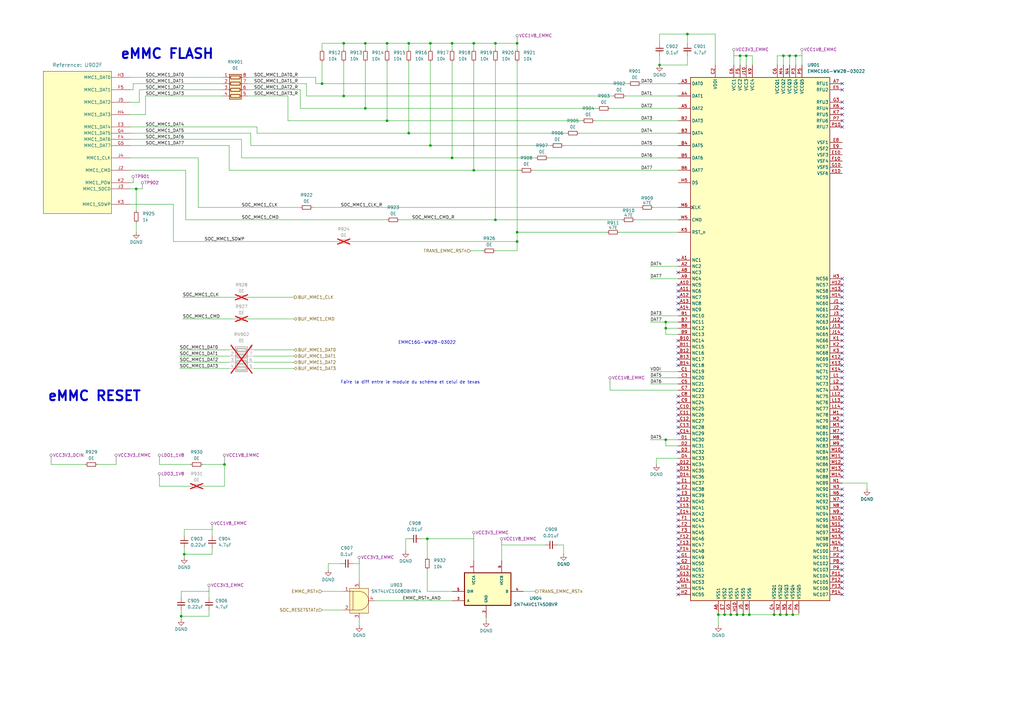
<source format=kicad_sch>
(kicad_sch (version 20250114) (generator "eeschema") (generator_version "9.0")
  (paper "A3")
  (title_block (title "Barre de son (base saine)") (date "2025-05-16") (rev "1.0") (company "NDH"))
  (lib_symbols
    (symbol "Device:C_Small" (pin_numbers (hide yes)) (pin_names (offset 0.254) (hide yes))
      (property "Reference" "C" (at 0.254 1.778 0))
      (property "Value" "C_Small" (at 0.254 -2.032 0))
      (symbol "C_Small_1_1"
        (pin passive line (at 0 2.54 270) (length 2.032) (name "~") (number "1"))
        (pin passive line (at 0 -2.54 90) (length 2.032) (name "~") (number "2"))
      )
    )
    (symbol "Device:R_Pack04" (pin_names (offset 0) (hide yes))
      (property "Reference" "RN" (at -7.62 0 90))
      (property "Value" "R_Pack04" (at 5.08 0 90))
      (symbol "R_Pack04_1_1"
        (pin passive line (at -5.08 5.08 270) (length 2.54) (name "R1.2") (number "8"))
        (pin passive line (at -5.08 -5.08 90) (length 2.54) (name "R1.1") (number "1"))
        (pin passive line (at -2.54 5.08 270) (length 2.54) (name "R2.2") (number "7"))
        (pin passive line (at -2.54 -5.08 90) (length 2.54) (name "R2.1") (number "2"))
        (pin passive line (at 0 5.08 270) (length 2.54) (name "R3.2") (number "6"))
        (pin passive line (at 0 -5.08 90) (length 2.54) (name "R3.1") (number "3"))
        (pin passive line (at 2.54 5.08 270) (length 2.54) (name "R4.2") (number "5"))
        (pin passive line (at 2.54 -5.08 90) (length 2.54) (name "R4.1") (number "4"))
      )
    )
    (symbol "Device:R_Small" (pin_numbers (hide yes)) (pin_names (offset 0.254) (hide yes))
      (property "Reference" "R" (at 0.762 0.508 0))
      (property "Value" "R_Small" (at 0.762 -1.016 0))
      (symbol "R_Small_1_1"
        (pin passive line (at 0 2.54 270) (length 0.762) (name "~") (number "1"))
        (pin passive line (at 0 -2.54 90) (length 0.762) (name "~") (number "2"))
      )
    )
    (symbol "Libglobal:66AK2G12ABY100" (pin_names (offset 0.254))
      (property "Reference" "U" (at -46.228 -50.8 0) (show_name))
      (symbol "66AK2G12ABY100_1_1"
        (pin bidirectional line (at -68.58 110.49 0) (length 7.62) (name "DDR3_DQS0_P") (number "AD1"))
        (pin bidirectional line (at -68.58 107.95 0) (length 7.62) (name "DDR3_DQS0_N") (number "AE2"))
        (pin bidirectional line (at -68.58 102.87 0) (length 7.62) (name "DDR3_DQS1_P") (number "AD4"))
        (pin bidirectional line (at -68.58 100.33 0) (length 7.62) (name "DDR3_DQS1_N") (number "AE4"))
        (pin bidirectional line (at -68.58 95.25 0) (length 7.62) (name "DDR3_DQS2_P") (number "AE6"))
        (pin bidirectional line (at -68.58 92.71 0) (length 7.62) (name "DDR3_DQS2_N") (number "AD6"))
        (pin bidirectional line (at -68.58 87.63 0) (length 7.62) (name "DDR3_DQS3_P") (number "AE9"))
        (pin bidirectional line (at -68.58 85.09 0) (length 7.62) (name "DDR3_DQS3_N") (number "AD9"))
        (pin bidirectional line (at -68.58 80.01 0) (length 7.62) (name "DDR3_CBDQS_P") (number "AE12"))
        (pin bidirectional line (at -68.58 77.47 0) (length 7.62) (name "DDR3_CBDQS_N") (number "AD12"))
        (pin tri_state line (at -68.58 72.39 0) (length 7.62) (name "DDR3_DQM0") (number "AB4"))
        (pin tri_state line (at -68.58 69.85 0) (length 7.62) (name "DDR3_DQM1") (number "AA5"))
        (pin tri_state line (at -68.58 67.31 0) (length 7.62) (name "DDR3_DQM2") (number "AC8"))
        (pin tri_state line (at -68.58 64.77 0) (length 7.62) (name "DDR3_DQM3") (number "AA9"))
        (pin bidirectional line (at -68.58 58.42 0) (length 7.62) (name "DDR3_CBDQM") (number "Y11"))
        (pin tri_state line (at -68.58 50.8 0) (length 7.62) (name "DDR3_ODT0") (number "AA13"))
        (pin bidirectional line (at -68.58 48.26 0) (length 7.62) (name "DDR3_ODT1") (number "Y12"))
        (pin bidirectional line (at -68.58 41.91 0) (length 7.62) (name "DDR3_CB00") (number "AA11"))
        (pin bidirectional line (at -68.58 39.37 0) (length 7.62) (name "DDR3_CB01") (number "AB11"))
        (pin bidirectional line (at -68.58 36.83 0) (length 7.62) (name "DDR3_CB02") (number "AC11"))
        (pin bidirectional line (at -68.58 34.29 0) (length 7.62) (name "DDR3_CB03") (number "AC12"))
        (pin tri_state line (at -68.58 27.94 0) (length 7.62) (name "DDR3_CKE0") (number "AB18"))
        (pin bidirectional line (at -68.58 25.4 0) (length 7.62) (name "DDR3_CKE1") (number "AC18"))
        (pin tri_state line (at -68.58 19.05 0) (length 7.62) (name "DDR3_CEn0") (number "AD13"))
        (pin bidirectional line (at -68.58 16.51 0) (length 7.62) (name "DDR3_CEn1") (number "AB12"))
        (pin tri_state line (at -68.58 10.16 0) (length 7.62) (name "DDR_CLK_N") (number "AD24"))
        (pin tri_state line (at -68.58 7.62 0) (length 7.62) (name "DDR_CLK_P") (number "AE24"))
        (pin tri_state line (at -68.58 1.27 0) (length 7.62) (name "DDR3_CLKOUT_P0") (number "AE15"))
        (pin tri_state line (at -68.58 -1.27 0) (length 7.62) (name "DDR3_CLKOUT_N0") (number "AD15"))
        (pin tri_state line (at -68.58 -7.62 0) (length 7.62) (name "DDR3_CLKOUT_P1") (number "AE16"))
        (pin tri_state line (at -68.58 -10.16 0) (length 7.62) (name "DDR3_CLKOUT_N1") (number "AD16"))
        (pin unspecified line (at -68.58 -16.51 0) (length 7.62) (name "DDR3_RZQ0") (number "W12"))
        (pin unspecified line (at -68.58 -19.05 0) (length 7.62) (name "DDR3_RZQ1") (number "V9"))
        (pin tri_state line (at -68.58 -25.4 0) (length 7.62) (name "DDR3_CASn") (number "AC13"))
        (pin tri_state line (at -68.58 -27.94 0) (length 7.62) (name "DDR3_RASn") (number "AE13"))
        (pin tri_state line (at -68.58 -34.29 0) (length 7.62) (name "DDR3_WEn") (number "Y13"))
        (pin tri_state line (at -68.58 -40.64 0) (length 7.62) (name "DDR3_RESETn") (number "Y18"))
        (pin tri_state line (at 2.54 110.49 180) (length 7.62) (name "DDR3_A00") (number "AC15"))
        (pin tri_state line (at 2.54 107.95 180) (length 7.62) (name "DDR3_A01") (number "Y15"))
        (pin tri_state line (at 2.54 105.41 180) (length 7.62) (name "DDR3_A02") (number "AC16"))
        (pin tri_state line (at 2.54 102.87 180) (length 7.62) (name "DDR3_A03") (number "AA15"))
        (pin tri_state line (at 2.54 100.33 180) (length 7.62) (name "DDR3_A04") (number "AB16"))
        (pin tri_state line (at 2.54 97.79 180) (length 7.62) (name "DDR3_A05") (number "AE17"))
        (pin tri_state line (at 2.54 95.25 180) (length 7.62) (name "DDR3_A06") (number "AC14"))
        (pin tri_state line (at 2.54 92.71 180) (length 7.62) (name "DDR3_A07") (number "AB15"))
        (pin tri_state line (at 2.54 90.17 180) (length 7.62) (name "DDR3_A08") (number "AC17"))
        (pin tri_state line (at 2.54 87.63 180) (length 7.62) (name "DDR3_A09") (number "AB17"))
        (pin tri_state line (at 2.54 85.09 180) (length 7.62) (name "DDR3_A10") (number "AB14"))
        (pin tri_state line (at 2.54 82.55 180) (length 7.62) (name "DDR3_A11") (number "AA16"))
        (pin tri_state line (at 2.54 80.01 180) (length 7.62) (name "DDR3_A12") (number "AA17"))
        (pin tri_state line (at 2.54 77.47 180) (length 7.62) (name "DDR3_A13") (number "AA12"))
        (pin tri_state line (at 2.54 74.93 180) (length 7.62) (name "DDR3_A14") (number "Y17"))
        (pin tri_state line (at 2.54 72.39 180) (length 7.62) (name "DDR3_A15") (number "Y16"))
        (pin tri_state line (at 2.54 66.04 180) (length 7.62) (name "DDR3_BA0") (number "AA14"))
        (pin tri_state line (at 2.54 62.23 180) (length 7.62) (name "DDR3_BA1") (number "AB13"))
        (pin tri_state line (at 2.54 58.42 180) (length 7.62) (name "DDR3_BA2") (number "AD17"))
        (pin bidirectional line (at 2.54 52.07 180) (length 7.62) (name "DDR3_D00") (number "AD2"))
        (pin bidirectional line (at 2.54 49.53 180) (length 7.62) (name "DDR3_D01") (number "Y4"))
        (pin bidirectional line (at 2.54 46.99 180) (length 7.62) (name "DDR3_D02") (number "AC3"))
        (pin bidirectional line (at 2.54 44.45 180) (length 7.62) (name "DDR3_D03") (number "AC2"))
        (pin bidirectional line (at 2.54 41.91 180) (length 7.62) (name "DDR3_D04") (number "AE3"))
        (pin bidirectional line (at 2.54 39.37 180) (length 7.62) (name "DDR3_D05") (number "AA4"))
        (pin bidirectional line (at 2.54 36.83 180) (length 7.62) (name "DDR3_D06") (number "AD3"))
        (pin bidirectional line (at 2.54 34.29 180) (length 7.62) (name "DDR3_D07") (number "AB3"))
        (pin bidirectional line (at 2.54 29.21 180) (length 7.62) (name "DDR3_D08") (number "AA6"))
        (pin bidirectional line (at 2.54 26.67 180) (length 7.62) (name "DDR3_D09") (number "Y7"))
        (pin bidirectional line (at 2.54 24.13 180) (length 7.62) (name "DDR3_D10") (number "Y6"))
        (pin bidirectional line (at 2.54 21.59 180) (length 7.62) (name "DDR3_D11") (number "AC5"))
        (pin bidirectional line (at 2.54 19.05 180) (length 7.62) (name "DDR3_D12") (number "AB6"))
        (pin bidirectional line (at 2.54 16.51 180) (length 7.62) (name "DDR3_D13") (number "Y5"))
        (pin bidirectional line (at 2.54 13.97 180) (length 7.62) (name "DDR3_D14") (number "AC4"))
        (pin bidirectional line (at 2.54 11.43 180) (length 7.62) (name "DDR3_D15") (number "AB5"))
        (pin bidirectional line (at 2.54 6.35 180) (length 7.62) (name "DDR3_D16") (number "AB7"))
        (pin bidirectional line (at 2.54 3.81 180) (length 7.62) (name "DDR3_D17") (number "AB8"))
        (pin bidirectional line (at 2.54 1.27 180) (length 7.62) (name "DDR3_D18") (number "AC7"))
        (pin bidirectional line (at 2.54 -1.27 180) (length 7.62) (name "DDR3_D19") (number "AA7"))
        (pin bidirectional line (at 2.54 -3.81 180) (length 7.62) (name "DDR3_D20") (number "AA8"))
        (pin bidirectional line (at 2.54 -6.35 180) (length 7.62) (name "DDR3_D21") (number "AC6"))
        (pin bidirectional line (at 2.54 -8.89 180) (length 7.62) (name "DDR3_D22") (number "AE7"))
        (pin bidirectional line (at 2.54 -11.43 180) (length 7.62) (name "DDR3_D23") (number "AD7"))
        (pin bidirectional line (at 2.54 -16.51 180) (length 7.62) (name "DDR3_D24") (number "AA10"))
        (pin bidirectional line (at 2.54 -19.05 180) (length 7.62) (name "DDR3_D25") (number "AE10"))
        (pin bidirectional line (at 2.54 -21.59 180) (length 7.62) (name "DDR3_D26") (number "AD10"))
        (pin bidirectional line (at 2.54 -24.13 180) (length 7.62) (name "DDR3_D27") (number "AC10"))
        (pin bidirectional line (at 2.54 -26.67 180) (length 7.62) (name "DDR3_D28") (number "AC9"))
        (pin bidirectional line (at 2.54 -29.21 180) (length 7.62) (name "DDR3_D29") (number "AB10"))
        (pin bidirectional line (at 2.54 -31.75 180) (length 7.62) (name "DDR3_D30") (number "AB9"))
        (pin bidirectional line (at 2.54 -34.29 180) (length 7.62) (name "DDR3_D31") (number "Y8"))
      )
      (symbol "66AK2G12ABY100_2_1"
        (pin bidirectional line (at -6.35 44.45 180) (length 7.62) (name "DSS_DATA0") (number "V22"))
        (pin bidirectional line (at -6.35 41.91 180) (length 7.62) (name "DSS_DATA1") (number "U21"))
        (pin bidirectional line (at -6.35 39.37 180) (length 7.62) (name "DSS_DATA2") (number "W22"))
        (pin bidirectional line (at -6.35 36.83 180) (length 7.62) (name "DSS_DATA3") (number "V23"))
        (pin bidirectional line (at -6.35 34.29 180) (length 7.62) (name "DSS_DATA4") (number "U23"))
        (pin bidirectional line (at -6.35 31.75 180) (length 7.62) (name "DSS_DATA5") (number "V24"))
        (pin bidirectional line (at -6.35 29.21 180) (length 7.62) (name "DSS_DATA6") (number "T21"))
        (pin bidirectional line (at -6.35 26.67 180) (length 7.62) (name "DSS_DATA7") (number "U22"))
        (pin bidirectional line (at -6.35 24.13 180) (length 7.62) (name "DSS_DATA8") (number "T22"))
        (pin bidirectional line (at -6.35 21.59 180) (length 7.62) (name "DSS_DATA9") (number "R21"))
        (pin bidirectional line (at -6.35 19.05 180) (length 7.62) (name "DSS_DATA10") (number "U24"))
        (pin bidirectional line (at -6.35 16.51 180) (length 7.62) (name "DSS_DATA11") (number "V25"))
        (pin bidirectional line (at -6.35 13.97 180) (length 7.62) (name "DSS_DATA12") (number "T24"))
        (pin bidirectional line (at -6.35 11.43 180) (length 7.62) (name "DSS_DATA13") (number "P21"))
        (pin bidirectional line (at -6.35 8.89 180) (length 7.62) (name "DSS_DATA14") (number "U25"))
        (pin bidirectional line (at -6.35 6.35 180) (length 7.62) (name "DSS_DATA15") (number "R22"))
        (pin bidirectional line (at -6.35 3.81 180) (length 7.62) (name "DSS_DATA16") (number "P23"))
        (pin bidirectional line (at -6.35 1.27 180) (length 7.62) (name "DSS_DATA17") (number "R24"))
        (pin bidirectional line (at -6.35 -1.27 180) (length 7.62) (name "DSS_DATA18") (number "N22"))
        (pin bidirectional line (at -6.35 -3.81 180) (length 7.62) (name "DSS_DATA19") (number "T25"))
        (pin bidirectional line (at -6.35 -6.35 180) (length 7.62) (name "DSS_DATA20") (number "N24"))
        (pin bidirectional line (at -6.35 -8.89 180) (length 7.62) (name "DSS_DATA21") (number "P24"))
        (pin bidirectional line (at -6.35 -11.43 180) (length 7.62) (name "DSS_DATA22") (number "P25"))
        (pin bidirectional line (at -6.35 -13.97 180) (length 7.62) (name "DSS_DATA23") (number "N23"))
        (pin bidirectional line (at -6.35 -20.32 180) (length 7.62) (name "DSS_VSYNC") (number "R25"))
        (pin bidirectional line (at -6.35 -24.13 180) (length 7.62) (name "DSS_HSYNC") (number "P22"))
        (pin bidirectional line (at -6.35 -27.94 180) (length 7.62) (name "DSS_PCLK") (number "N25"))
        (pin bidirectional line (at -6.35 -31.75 180) (length 7.62) (name "DSS_FID") (number "L25"))
        (pin bidirectional line (at -6.35 -35.56 180) (length 7.62) (name "DSS_DE") (number "M25"))
        (pin bidirectional line (at -6.35 -41.91 180) (length 7.62) (name "PR1_MDIO_DATA") (number "E18"))
      )
      (symbol "66AK2G12ABY100_3_1"
        (pin bidirectional line (at 1.27 71.12 180) (length 7.62) (name "PR1_PRU1_GPO0/PR1_PRU1_GPI0/GPIO1_26") (number "A14"))
        (pin bidirectional line (at 1.27 66.04 180) (length 7.62) (name "PR1_PRU1_GPO1/PR1_PRU1_GPI1/GPIO1_27") (number "B14"))
        (pin bidirectional line (at 1.27 60.96 180) (length 7.62) (name "PR1_PRU1_GPO2/PR1_PRU1_GPI2/GPIO1_28") (number "C14"))
        (pin bidirectional line (at 1.27 55.88 180) (length 7.62) (name "PR1_PRU1_GPO3/PR1_PRU1_GPI3/GPIO1_29") (number "E14"))
        (pin bidirectional line (at 1.27 50.8 180) (length 7.62) (name "PR1_PRU1_GPO4/PR1_PRU1_GPI4/GPIO1_30") (number "D14"))
        (pin bidirectional line (at 1.27 45.72 180) (length 7.62) (name "PR1_PRU1_GPO5/PR1_PRU1_GPI5/GPIO1_31") (number "A15"))
        (pin bidirectional line (at 1.27 40.64 180) (length 7.62) (name "PR1_PRU1_GPO6/PR1_PRU1_GPI6/GPIO1_32") (number "F14"))
        (pin bidirectional line (at 1.27 35.56 180) (length 7.62) (name "PR1_PRU1_GPO7/PR1_PRU1_GPI7/GPIO1_33") (number "B15"))
        (pin bidirectional line (at 1.27 30.48 180) (length 7.62) (name "PR1_PRU1_GPO8/PR1_PRU1_GPI8/GPIO1_34") (number "C15"))
        (pin bidirectional line (at 1.27 25.4 180) (length 7.62) (name "PR1_PRU1_GPO15/PR1_PRU1_GPI15/GPIO1_41") (number "C18"))
        (pin bidirectional line (at 1.27 19.05 180) (length 7.62) (name "PR1_PRU1_GPO16/PR1_PRU1_GPI16/GPIO1_42") (number "D16"))
        (pin bidirectional line (at 1.27 8.89 180) (length 7.62) (name "GPMC_BEn1/GPIO0_21") (number "AB24"))
        (pin bidirectional line (at 1.27 3.81 180) (length 7.62) (name "GPMC_CLK/GPIO0_16") (number "AB23"))
        (pin bidirectional line (at 1.27 -5.08 180) (length 7.62) (name "MII_RXER/RMII_RXER/GPIO0_82") (number "F23"))
        (pin bidirectional line (at 1.27 -11.43 180) (length 7.62) (name "MII_COL/GPIO0_83") (number "B25"))
        (pin bidirectional line (at 1.27 -17.78 180) (length 7.62) (name "MII_CRS/RMII_CRS_DV/GPIO0_84") (number "G22"))
        (pin bidirectional line (at 1.27 -29.21 180) (length 7.62) (name "SPI3_SCSn1/PR0_UART0_RXD/GPIO0_87") (number "E25"))
        (pin bidirectional line (at 1.27 -36.83 180) (length 7.62) (name "SPI1_SCSn1/GPIO0_100") (number "N3"))
      )
      (symbol "66AK2G12ABY100_4_1"
        (pin bidirectional line (at -15.24 -25.4 180) (length 7.62) (name "SPI0_SOMI") (number "M1"))
        (pin bidirectional line (at -15.24 -30.48 180) (length 7.62) (name "SPI0_SIMO") (number "N4"))
        (pin bidirectional line (at -15.24 -35.56 180) (length 7.62) (name "SPI0_CLK") (number "M2"))
        (pin bidirectional line (at -15.24 -40.64 180) (length 7.62) (name "SPI0_SCSn0") (number "M3"))
        (pin bidirectional line (at -15.24 -45.72 180) (length 7.62) (name "SPI0_SCSn1") (number "M4"))
      )
      (symbol "66AK2G12ABY100_5_1"
        (pin bidirectional line (at -7.62 31.75 180) (length 7.62) (name "GPMC_AD0") (number "AC21"))
        (pin bidirectional line (at -7.62 29.21 180) (length 7.62) (name "GPMC_AD1") (number "AE20"))
        (pin bidirectional line (at -7.62 26.67 180) (length 7.62) (name "GPMC_AD2") (number "AD22"))
        (pin bidirectional line (at -7.62 24.13 180) (length 7.62) (name "GPMC_AD3") (number "AD20"))
        (pin bidirectional line (at -7.62 21.59 180) (length 7.62) (name "GPMC_AD4") (number "AE21"))
        (pin bidirectional line (at -7.62 19.05 180) (length 7.62) (name "GPMC_AD5") (number "AE22"))
        (pin bidirectional line (at -7.62 16.51 180) (length 7.62) (name "GPMC_AD6") (number "AC20"))
        (pin bidirectional line (at -7.62 13.97 180) (length 7.62) (name "GPMC_AD7") (number "AD21"))
        (pin bidirectional line (at -7.62 11.43 180) (length 7.62) (name "GPMC_AD8") (number "AE23"))
        (pin bidirectional line (at -7.62 8.89 180) (length 7.62) (name "GPMC_AD9") (number "AB20"))
        (pin bidirectional line (at -7.62 6.35 180) (length 7.62) (name "GPMC_AD10") (number "AA20"))
        (pin bidirectional line (at -7.62 3.81 180) (length 7.62) (name "GPMC_AD11") (number "AD23"))
        (pin bidirectional line (at -7.62 1.27 180) (length 7.62) (name "GPMC_AD12") (number "AA21"))
        (pin bidirectional line (at -7.62 -1.27 180) (length 7.62) (name "GPMC_AD13") (number "AB21"))
        (pin bidirectional line (at -7.62 -3.81 180) (length 7.62) (name "GPMC_AD14") (number "AB22"))
        (pin bidirectional line (at -7.62 -6.35 180) (length 7.62) (name "GPMC_AD15") (number "AA22"))
        (pin bidirectional line (at -7.62 -16.51 180) (length 7.62) (name "GPMC_ADVn_ALE") (number "AC23"))
        (pin bidirectional line (at -7.62 -19.05 180) (length 7.62) (name "GPMC_OEn_REn") (number "AC22"))
        (pin bidirectional line (at -7.62 -21.59 180) (length 7.62) (name "GPMC_WEn") (number "Y22"))
        (pin bidirectional line (at -7.62 -24.13 180) (length 7.62) (name "GPMC_BEn0_CLE") (number "AC24"))
        (pin bidirectional line (at -7.62 -26.67 180) (length 7.62) (name "GPMC_WAIT0") (number "Y24"))
        (pin bidirectional line (at -7.62 -36.83 180) (length 7.62) (name "GPMC_WPn") (number "W25"))
        (pin bidirectional line (at -7.62 -43.18 180) (length 7.62) (name "GPMC_CSn0") (number "AB25"))
      )
      (symbol "66AK2G12ABY100_6_1"
        (pin bidirectional line (at -11.43 8.89 180) (length 7.62) (name "MMC1_DAT0") (number "H3"))
        (pin bidirectional line (at -11.43 3.81 180) (length 7.62) (name "MMC1_DAT1") (number "F5"))
        (pin bidirectional line (at -11.43 -1.27 180) (length 7.62) (name "MMC1_DAT2") (number "J5"))
        (pin bidirectional line (at -11.43 -6.35 180) (length 7.62) (name "MMC1_DAT3") (number "H4"))
        (pin bidirectional line (at -11.43 -11.43 180) (length 7.62) (name "MMC1_DAT4") (number "E3"))
        (pin bidirectional line (at -11.43 -13.97 180) (length 7.62) (name "MMC1_DAT5") (number "G4"))
        (pin bidirectional line (at -11.43 -16.51 180) (length 7.62) (name "MMC1_DAT6") (number "F4"))
        (pin bidirectional line (at -11.43 -19.05 180) (length 7.62) (name "MMC1_DAT7") (number "G5"))
        (pin bidirectional line (at -11.43 -24.13 180) (length 7.62) (name "MMC1_CLK") (number "J4"))
        (pin bidirectional line (at -11.43 -29.21 180) (length 7.62) (name "MMC1_CMD") (number "J2"))
        (pin bidirectional line (at -11.43 -34.29 180) (length 7.62) (name "MMC1_POW") (number "K2"))
        (pin bidirectional line (at -11.43 -36.83 180) (length 7.62) (name "MMC1_SDCD") (number "J3"))
        (pin bidirectional line (at -11.43 -43.18 180) (length 7.62) (name "MMC1_SDWP") (number "K3"))
      )
      (symbol "66AK2G12ABY100_7_1"
        (pin bidirectional line (at -13.97 29.21 180) (length 7.62) (name "MII_TXD0") (number "G23"))
        (pin bidirectional line (at -13.97 24.13 180) (length 7.62) (name "MII_TXD1") (number "G24"))
        (pin bidirectional line (at -13.97 19.05 180) (length 7.62) (name "MII_TXD2") (number "G25"))
        (pin bidirectional line (at -13.97 13.97 180) (length 7.62) (name "MII_TXD3") (number "D25"))
        (pin bidirectional line (at -13.97 6.35 180) (length 7.62) (name "MII_TXCLK") (number "C25"))
        (pin bidirectional line (at -13.97 1.27 180) (length 7.62) (name "MII_TXEN") (number "H25"))
        (pin bidirectional line (at -13.97 -6.35 180) (length 7.62) (name "MDIO_CLK") (number "U3"))
        (pin bidirectional line (at -13.97 -10.16 180) (length 7.62) (name "MDIO_DATA") (number "V3"))
        (pin bidirectional line (at -13.97 -17.78 180) (length 7.62) (name "MII_RXCLK") (number "A22"))
        (pin bidirectional line (at -13.97 -22.86 180) (length 7.62) (name "MII_RXDV") (number "A24"))
        (pin bidirectional line (at -13.97 -30.48 180) (length 7.62) (name "MII_RXD0") (number "B24"))
        (pin bidirectional line (at -13.97 -35.56 180) (length 7.62) (name "MII_RXD1") (number "C23"))
        (pin bidirectional line (at -13.97 -40.64 180) (length 7.62) (name "MII_RXD2") (number "B23"))
        (pin bidirectional line (at -13.97 -45.72 180) (length 7.62) (name "MII_RXD3") (number "F22"))
      )
      (symbol "66AK2G12ABY100_8_1"
        (pin input line (at -10.16 -5.08 180) (length 7.62) (name "NMIn") (number "W1"))
        (pin input line (at -10.16 -10.16 180) (length 7.62) (name "PORn") (number "AA3"))
        (pin input line (at -10.16 -15.24 180) (length 7.62) (name "LRESETNMIENn") (number "V1"))
        (pin input line (at -10.16 -20.32 180) (length 7.62) (name "LRESETn") (number "V2"))
        (pin input line (at -10.16 -25.4 180) (length 7.62) (name "RESETn") (number "W3"))
        (pin input line (at -10.16 -30.48 180) (length 7.62) (name "RESETFULLn") (number "W2"))
        (pin output line (at -10.16 -38.1 180) (length 7.62) (name "RESETSTATn") (number "Y2"))
        (pin tri_state line (at -10.16 -45.72 180) (length 7.62) (name "BOOTCOMPLETE") (number "Y3"))
      )
      (symbol "66AK2G12ABY100_9_1"
        (pin input line (at -69.85 8.89 0) (length 7.62) (name "AUDOSC_IN") (number "C17"))
        (pin output line (at -69.85 3.81 0) (length 7.62) (name "AUDOSC_OUT") (number "A17"))
        (pin power_in line (at -69.85 -1.27 0) (length 7.62) (name "VSS_OSC_AUDIO") (number "B17"))
        (pin output line (at -69.85 -12.7 0) (length 7.62) (name "USB1_XO") (number "C20"))
        (pin output line (at -69.85 -17.78 0) (length 7.62) (name "USB0_XO") (number "D19"))
        (pin tri_state line (at -69.85 -26.67 0) (length 7.62) (name "OBSPLL_LOCK") (number "N5"))
        (pin output line (at -69.85 -30.48 0) (length 7.62) (name "OBSCLK_P") (number "K1"))
        (pin output line (at -69.85 -34.29 0) (length 7.62) (name "OBSCLK_N") (number "L1"))
        (pin output line (at -69.85 -44.45 0) (length 7.62) (name "RMII_REFCLK/PR0_eCAP0_eCAP_SYNCOUT") (number "D24"))
        (pin input line (at 6.35 8.89 180) (length 7.62) (name "SYSOSC_IN") (number "AC19"))
        (pin output line (at 6.35 3.81 180) (length 7.62) (name "SYSOSC_OUT") (number "AE19"))
        (pin power_in line (at 6.35 -1.27 180) (length 7.62) (name "VSS_OSC_SYS") (number "AD19"))
        (pin input line (at 6.35 -10.16 180) (length 7.62) (name "SYSCLK_P") (number "AD25"))
        (pin input line (at 6.35 -15.24 180) (length 7.62) (name "SYSCLK_N") (number "AC25"))
        (pin input line (at 6.35 -24.13 180) (length 7.62) (name "SYSCLKSEL") (number "R1"))
        (pin tri_state line (at 6.35 -30.48 180) (length 7.62) (name "SYSCLKOUT") (number "M21"))
        (pin input line (at 6.35 -39.37 180) (length 7.62) (name "CPTS_REFCLK_P") (number "K21"))
        (pin input line (at 6.35 -44.45 180) (length 7.62) (name "CPTS_REFCLK_N") (number "L21"))
      )
      (symbol "66AK2G12ABY100_10_1"
        (pin input line (at -17.78 -17.78 180) (length 7.62) (name "TDI") (number "L5"))
        (pin tri_state line (at -17.78 -21.59 180) (length 7.62) (name "TDO") (number "K5"))
        (pin input line (at -17.78 -25.4 180) (length 7.62) (name "TCK") (number "L3"))
        (pin input line (at -17.78 -29.21 180) (length 7.62) (name "TMS") (number "K4"))
        (pin input line (at -17.78 -33.02 180) (length 7.62) (name "TRSTn") (number "L4"))
        (pin bidirectional line (at -17.78 -39.37 180) (length 7.62) (name "EMU00") (number "M22"))
        (pin bidirectional line (at -17.78 -45.72 180) (length 7.62) (name "EMU01") (number "L22"))
      )
      (symbol "66AK2G12ABY100_11_1"
        (pin bidirectional line (at -10.16 5.08 180) (length 7.62) (name "MLBP_DAT_P") (number "K23"))
        (pin bidirectional line (at -10.16 0 180) (length 7.62) (name "MLBP_DAT_N") (number "K22"))
        (pin bidirectional line (at -10.16 -6.35 180) (length 7.62) (name "MLBP_SIG_P") (number "L24"))
        (pin bidirectional line (at -10.16 -11.43 180) (length 7.62) (name "MLBP_SIG_N") (number "M24"))
        (pin input line (at -10.16 -19.05 180) (length 7.62) (name "MLBP_CLK_P") (number "M23"))
        (pin input line (at -10.16 -24.13 180) (length 7.62) (name "MLBP_CLK_N") (number "L23"))
        (pin bidirectional line (at -10.16 -34.29 180) (length 7.62) (name "GPMC_WAIT1") (number "AA24"))
        (pin bidirectional line (at -10.16 -39.37 180) (length 7.62) (name "GPMC_DIR") (number "AA25"))
        (pin bidirectional line (at -10.16 -44.45 180) (length 7.62) (name "GPMC_CSn1") (number "W24"))
      )
      (symbol "66AK2G12ABY100_12_1"
        (pin bidirectional line (at -13.97 -13.97 180) (length 7.62) (name "USB1_DP") (number "B20"))
        (pin bidirectional line (at -13.97 -17.78 180) (length 7.62) (name "USB1_DM") (number "A20"))
        (pin unspecified line (at -13.97 -25.4 180) (length 7.62) (name "USB1_ID") (number "E20"))
        (pin unspecified line (at -13.97 -30.48 180) (length 7.62) (name "USB1_VBUS") (number "A21"))
        (pin tri_state line (at -13.97 -38.1 180) (length 7.62) (name "USB1_DRVVBUS") (number "B21"))
        (pin unspecified line (at -13.97 -45.72 180) (length 7.62) (name "USB1_TXRTUNE_RKELVIN") (number "D20"))
      )
      (symbol "66AK2G12ABY100_13_1"
        (pin bidirectional line (at -16.51 -38.1 180) (length 7.62) (name "I2C0_SCL") (number "U5"))
        (pin bidirectional line (at -16.51 -45.72 180) (length 7.62) (name "I2C0_SDA") (number "W5"))
      )
      (symbol "66AK2G12ABY100_14_1"
        (pin bidirectional line (at -7.62 -7.62 180) (length 7.62) (name "QSPI_D0") (number "J23"))
        (pin bidirectional line (at -7.62 -11.43 180) (length 7.62) (name "QSPI_D1") (number "J22"))
        (pin bidirectional line (at -7.62 -15.24 180) (length 7.62) (name "QSPI_D2") (number "J21"))
        (pin bidirectional line (at -7.62 -19.05 180) (length 7.62) (name "QSPI_D3") (number "J24"))
        (pin bidirectional line (at -7.62 -25.4 180) (length 7.62) (name "QSPI_CSn0") (number "J25"))
        (pin bidirectional line (at -7.62 -31.75 180) (length 7.62) (name "QSPI_CLK") (number "K25"))
        (pin bidirectional line (at -7.62 -38.1 180) (length 7.62) (name "QSPI_RCLK") (number "K24"))
        (pin bidirectional line (at -7.62 -45.72 180) (length 7.62) (name "QSPI_CSn1") (number "H23"))
      )
      (symbol "66AK2G12ABY100_15_1"
        (pin tri_state line (at -15.24 -34.29 180) (length 7.62) (name "UART0_TXD") (number "T1"))
        (pin input line (at -15.24 -38.1 180) (length 7.62) (name "UART0_RXD") (number "T4"))
        (pin bidirectional line (at -15.24 -41.91 180) (length 7.62) (name "UART0_CTSn") (number "T2"))
        (pin bidirectional line (at -15.24 -45.72 180) (length 7.62) (name "UART0_RTSn") (number "U1"))
      )
      (symbol "66AK2G12ABY100_16_1"
        (pin output line (at -13.97 -6.35 180) (length 7.62) (name "PCIE_TXP0") (number "G1"))
        (pin output line (at -13.97 -11.43 180) (length 7.62) (name "PCIE_TXN0") (number "H1"))
        (pin input line (at -13.97 -19.05 180) (length 7.62) (name "PCIE_RXP0") (number "E1"))
        (pin input line (at -13.97 -24.13 180) (length 7.62) (name "PCIE_RXN0") (number "D1"))
        (pin input line (at -13.97 -31.75 180) (length 7.62) (name "PCIE_CLK_P") (number "G2"))
        (pin input line (at -13.97 -35.56 180) (length 7.62) (name "PCIE_CLK_N") (number "F2"))
        (pin unspecified line (at -13.97 -43.18 180) (length 7.62) (name "PCIE_REFRES") (number "H7"))
      )
      (symbol "66AK2G12ABY100_17_1"
        (pin bidirectional line (at -8.89 -30.48 180) (length 7.62) (name "DCAN0_TX") (number "P5"))
        (pin bidirectional line (at -8.89 -35.56 180) (length 7.62) (name "DCAN0_RX") (number "R5"))
        (pin bidirectional line (at -8.89 -43.18 180) (length 7.62) (name "QSPI_CSn2") (number "H22"))
        (pin bidirectional line (at -8.89 -46.99 180) (length 7.62) (name "QSPI_CSn3") (number "H21"))
      )
      (symbol "66AK2G12ABY100_18_1"
        (pin bidirectional line (at -6.35 3.81 180) (length 7.62) (name "eHRPWM3_A") (number "A23"))
        (pin bidirectional line (at -6.35 0 180) (length 7.62) (name "eHRPWM3_B") (number "B22"))
        (pin bidirectional line (at -6.35 -3.81 180) (length 7.62) (name "MII_TXER") (number "H24"))
        (pin bidirectional line (at -6.35 -7.62 180) (length 7.62) (name "eHRPWM3_SYNCO") (number "D23"))
        (pin bidirectional line (at -6.35 -11.43 180) (length 7.62) (name "eHRPWM3_SYNCI") (number "C22"))
        (pin bidirectional line (at -6.35 -17.78 180) (length 7.62) (name "PR1_PRU0_GPO18") (number "D12"))
        (pin bidirectional line (at -6.35 -21.59 180) (length 7.62) (name "PR1_PRU0_GPO19") (number "D13"))
        (pin bidirectional line (at -6.35 -25.4 180) (length 7.62) (name "PR1_PRU0_GPO17") (number "E13"))
        (pin bidirectional line (at -6.35 -31.75 180) (length 7.62) (name "PR1_PRU1_GPO18") (number "E17"))
        (pin bidirectional line (at -6.35 -35.56 180) (length 7.62) (name "PR1_PRU1_GPO19") (number "E16"))
        (pin bidirectional line (at -6.35 -39.37 180) (length 7.62) (name "PR1_PRU1_GPO17") (number "F16"))
        (pin bidirectional line (at -6.35 -45.72 180) (length 7.62) (name "PR1_MDIO_MDCLK") (number "D18"))
      )
      (symbol "66AK2G12ABY100_19_1"
        (pin unspecified line (at -8.89 -3.81 180) (length 7.62) (name "RSV1") (number "AA19"))
        (pin input line (at -8.89 -7.62 180) (length 7.62) (name "RSV2") (number "AB19"))
        (pin unspecified line (at -8.89 -11.43 180) (length 7.62) (name "RSV3") (number "Y20"))
        (pin unspecified line (at -8.89 -15.24 180) (length 7.62) (name "RSV4") (number "W19"))
        (pin unspecified line (at -8.89 -19.05 180) (length 7.62) (name "RSV5") (number "D2"))
        (pin input line (at -8.89 -22.86 180) (length 7.62) (name "RSV6") (number "L2"))
        (pin unspecified line (at -8.89 -26.67 180) (length 7.62) (name "RSV7") (number "G3"))
        (pin unspecified line (at -8.89 -30.48 180) (length 7.62) (name "RSV8") (number "F18"))
        (pin unspecified line (at -8.89 -34.29 180) (length 7.62) (name "RSV9") (number "H2"))
        (pin tri_state line (at -8.89 -38.1 180) (length 7.62) (name "RSV10") (number "AA18"))
        (pin tri_state line (at -8.89 -41.91 180) (length 7.62) (name "RSV11") (number "Y19"))
        (pin unspecified line (at -8.89 -45.72 180) (length 7.62) (name "RSV12") (number "Y14"))
      )
      (symbol "66AK2G12ABY100_20_1"
        (pin power_in line (at -57.15 46.99 0) (length 7.62) (name "CVDD") (number "N14"))
        (pin power_in line (at -57.15 43.18 0) (length 7.62) (name "CVDD") (number "N12"))
        (pin power_in line (at -57.15 39.37 0) (length 7.62) (name "CVDD") (number "N10"))
        (pin power_in line (at -57.15 35.56 0) (length 7.62) (name "CVDD") (number "M17"))
        (pin power_in line (at -57.15 31.75 0) (length 7.62) (name "CVDD") (number "M15"))
        (pin power_in line (at -57.15 27.94 0) (length 7.62) (name "CVDD") (number "M13"))
        (pin power_in line (at -57.15 24.13 0) (length 7.62) (name "CVDD") (number "M11"))
        (pin power_in line (at -57.15 20.32 0) (length 7.62) (name "CVDD") (number "M9"))
        (pin power_in line (at -57.15 16.51 0) (length 7.62) (name "CVDD") (number "L18"))
        (pin power_in line (at -57.15 12.7 0) (length 7.62) (name "CVDD") (number "L16"))
        (pin power_in line (at -57.15 8.89 0) (length 7.62) (name "CVDD") (number "L14"))
        (pin power_in line (at -57.15 5.08 0) (length 7.62) (name "CVDD") (number "L12"))
        (pin power_in line (at -57.15 1.27 0) (length 7.62) (name "CVDD") (number "L10"))
        (pin power_in line (at -57.15 -2.54 0) (length 7.62) (name "CVDD") (number "K17"))
        (pin power_in line (at -57.15 -6.35 0) (length 7.62) (name "CVDD") (number "K15"))
        (pin power_in line (at -57.15 -10.16 0) (length 7.62) (name "CVDD") (number "K13"))
        (pin power_in line (at -57.15 -13.97 0) (length 7.62) (name "CVDD") (number "K11"))
        (pin power_in line (at -57.15 -17.78 0) (length 7.62) (name "CVDD") (number "K9"))
        (pin power_in line (at -57.15 -21.59 0) (length 7.62) (name "CVDD") (number "J16"))
        (pin power_in line (at -57.15 -29.21 0) (length 7.62) (name "CVDD1") (number "T13"))
        (pin power_in line (at -57.15 -33.02 0) (length 7.62) (name "CVDD1") (number "N18"))
        (pin power_in line (at -57.15 -36.83 0) (length 7.62) (name "CVDD1") (number "N8"))
        (pin power_in line (at -57.15 -40.64 0) (length 7.62) (name "CVDD1") (number "J12"))
        (pin power_in line (at -57.15 -44.45 0) (length 7.62) (name "CVDD1") (number "M5"))
        (pin power_in line (at -6.35 46.99 180) (length 7.62) (name "CVDD") (number "N16"))
        (pin power_in line (at -6.35 43.18 180) (length 7.62) (name "CVDD") (number "P9"))
        (pin power_in line (at -6.35 39.37 180) (length 7.62) (name "CVDD") (number "P11"))
        (pin power_in line (at -6.35 35.56 180) (length 7.62) (name "CVDD") (number "P13"))
        (pin power_in line (at -6.35 31.75 180) (length 7.62) (name "CVDD") (number "P15"))
        (pin power_in line (at -6.35 27.94 180) (length 7.62) (name "CVDD") (number "P17"))
        (pin power_in line (at -6.35 24.13 180) (length 7.62) (name "CVDD") (number "R8"))
        (pin power_in line (at -6.35 20.32 180) (length 7.62) (name "CVDD") (number "R10"))
        (pin power_in line (at -6.35 16.51 180) (length 7.62) (name "CVDD") (number "R12"))
        (pin power_in line (at -6.35 12.7 180) (length 7.62) (name "CVDD") (number "R14"))
        (pin power_in line (at -6.35 8.89 180) (length 7.62) (name "CVDD") (number "R16"))
        (pin power_in line (at -6.35 5.08 180) (length 7.62) (name "CVDD") (number "R18"))
        (pin power_in line (at -6.35 1.27 180) (length 7.62) (name "CVDD") (number "T9"))
        (pin power_in line (at -6.35 -2.54 180) (length 7.62) (name "CVDD") (number "T11"))
        (pin power_in line (at -6.35 -6.35 180) (length 7.62) (name "CVDD") (number "T15"))
        (pin power_in line (at -6.35 -10.16 180) (length 7.62) (name "CVDD") (number "T17"))
        (pin power_in line (at -6.35 -13.97 180) (length 7.62) (name "CVDD") (number "U16"))
        (pin power_in line (at -6.35 -17.78 180) (length 7.62) (name "CVDD") (number "J10"))
        (pin power_in line (at -6.35 -21.59 180) (length 7.62) (name "CVDD") (number "J14"))
      )
      (symbol "66AK2G12ABY100_21_1"
        (pin power_in line (at -2.54 50.8 180) (length 7.62) (name "DVDD33") (number "H9"))
        (pin power_in line (at -2.54 46.99 180) (length 7.62) (name "DVDD33") (number "AA23"))
        (pin power_in line (at -2.54 43.18 180) (length 7.62) (name "DVDD33") (number "E23"))
        (pin power_in line (at -2.54 39.37 180) (length 7.62) (name "DVDD33") (number "F21"))
        (pin power_in line (at -2.54 35.56 180) (length 7.62) (name "DVDD33") (number "G20"))
        (pin power_in line (at -2.54 31.75 180) (length 7.62) (name "DVDD33") (number "J20"))
        (pin power_in line (at -2.54 27.94 180) (length 7.62) (name "DVDD33") (number "P19"))
        (pin power_in line (at -2.54 24.13 180) (length 7.62) (name "DVDD33") (number "R20"))
        (pin power_in line (at -2.54 20.32 180) (length 7.62) (name "DVDD33") (number "T19"))
        (pin power_in line (at -2.54 16.51 180) (length 7.62) (name "DVDD33") (number "U20"))
        (pin power_in line (at -2.54 12.7 180) (length 7.62) (name "DVDD33") (number "V21"))
        (pin power_in line (at -2.54 8.89 180) (length 7.62) (name "DVDD33") (number "F7"))
        (pin power_in line (at -2.54 5.08 180) (length 7.62) (name "DVDD33") (number "F11"))
        (pin power_in line (at -2.54 1.27 180) (length 7.62) (name "DVDD33") (number "F15"))
        (pin power_in line (at -2.54 -2.54 180) (length 7.62) (name "DVDD33") (number "G12"))
        (pin power_in line (at -2.54 -6.35 180) (length 7.62) (name "DVDD33") (number "G16"))
        (pin power_in line (at -2.54 -10.16 180) (length 7.62) (name "DVDD33") (number "H11"))
        (pin power_in line (at -2.54 -13.97 180) (length 7.62) (name "DVDD33") (number "H13"))
        (pin power_in line (at -2.54 -17.78 180) (length 7.62) (name "DVDD33") (number "H15"))
        (pin power_in line (at -2.54 -21.59 180) (length 7.62) (name "DVDD33") (number "P7"))
        (pin power_in line (at -2.54 -25.4 180) (length 7.62) (name "DVDD33") (number "R6"))
        (pin power_in line (at -2.54 -29.21 180) (length 7.62) (name "DVDD33") (number "T23"))
        (pin power_in line (at -2.54 -33.02 180) (length 7.62) (name "DVDD33") (number "T7"))
        (pin power_in line (at -2.54 -40.64 180) (length 7.62) (name "DVDD33_USB") (number "H17"))
        (pin power_in line (at -2.54 -43.18 180) (length 7.62) (name "DVDD33_USB") (number "G18"))
      )
      (symbol "66AK2G12ABY100_22_1"
        (pin power_in line (at -67.31 15.24 0) (length 7.62) (name "DVDD18") (number "F17"))
        (pin power_in line (at -67.31 12.7 0) (length 7.62) (name "DVDD18") (number "L20"))
        (pin power_in line (at -67.31 10.16 0) (length 7.62) (name "DVDD18") (number "K19"))
        (pin power_in line (at -67.31 7.62 0) (length 7.62) (name "DVDD18") (number "M7"))
        (pin power_in line (at -67.31 5.08 0) (length 7.62) (name "DVDD18") (number "L6"))
        (pin power_in line (at -67.31 2.54 0) (length 7.62) (name "DVDD18") (number "W6"))
        (pin power_in line (at -67.31 0 0) (length 7.62) (name "DVDD18") (number "U6"))
        (pin power_in line (at -67.31 -2.54 0) (length 7.62) (name "DVDD18") (number "U18"))
        (pin power_in line (at -67.31 -5.08 0) (length 7.62) (name "DVDD18") (number "V19"))
        (pin power_in line (at -67.31 -7.62 0) (length 7.62) (name "DVDD18") (number "J6"))
        (pin power_in line (at -67.31 -10.16 0) (length 7.62) (name "DVDD18") (number "H5"))
        (pin power_in line (at -67.31 -13.97 0) (length 7.62) (name "DVDD18") (number "G6"))
        (pin power_in line (at -67.31 -16.51 0) (length 7.62) (name "DVDD18") (number "F19"))
        (pin power_in line (at 1.27 15.24 180) (length 7.62) (name "DVDD_DDR") (number "AD5"))
        (pin power_in line (at 1.27 12.7 180) (length 7.62) (name "DVDD_DDR") (number "AD11"))
        (pin power_in line (at 1.27 10.16 180) (length 7.62) (name "DVDD_DDR") (number "AD18"))
        (pin power_in line (at 1.27 7.62 180) (length 7.62) (name "DVDD_DDR") (number "U8"))
        (pin power_in line (at 1.27 5.08 180) (length 7.62) (name "DVDD_DDR") (number "U10"))
        (pin power_in line (at 1.27 2.54 180) (length 7.62) (name "DVDD_DDR") (number "U12"))
        (pin power_in line (at 1.27 0 180) (length 7.62) (name "DVDD_DDR") (number "U14"))
        (pin power_in line (at 1.27 -2.54 180) (length 7.62) (name "DVDD_DDR") (number "V7"))
        (pin power_in line (at 1.27 -5.08 180) (length 7.62) (name "DVDD_DDR") (number "V11"))
        (pin power_in line (at 1.27 -7.62 180) (length 7.62) (name "DVDD_DDR") (number "V13"))
        (pin power_in line (at 1.27 -10.16 180) (length 7.62) (name "DVDD_DDR") (number "V15"))
        (pin power_in line (at 1.27 -12.7 180) (length 7.62) (name "DVDD_DDR") (number "V17"))
        (pin power_in line (at 1.27 -15.24 180) (length 7.62) (name "DVDD_DDR") (number "W16"))
        (pin power_in line (at 1.27 -17.78 180) (length 7.62) (name "DVDD_DDR") (number "W18"))
        (pin power_in line (at 1.27 -20.32 180) (length 7.62) (name "DVDD_DDR") (number "AE8"))
        (pin power_in line (at 1.27 -22.86 180) (length 7.62) (name "DVDD_DDR") (number "AE14"))
        (pin unspecified line (at 1.27 -33.02 180) (length 7.62) (name "DDR3_VREFSSTL") (number "Y9"))
      )
      (symbol "66AK2G12ABY100_23_1"
        (pin power_in line (at -8.89 21.59 180) (length 7.62) (name "DVDD_DDRDLL") (number "W8"))
        (pin power_in line (at -8.89 19.05 180) (length 7.62) (name "DVDD_DDRDLL") (number "W10"))
        (pin power_in line (at -8.89 16.51 180) (length 7.62) (name "DVDD_DDRDLL") (number "W14"))
        (pin power_in line (at -8.89 10.16 180) (length 7.62) (name "AVDDA_DDRPLL") (number "W20"))
        (pin power_in line (at -8.89 6.35 180) (length 7.62) (name "AVDDA_DSSPLL") (number "N20"))
        (pin power_in line (at -8.89 2.54 180) (length 7.62) (name "AVDDA_MAINPLL") (number "M19"))
        (pin power_in line (at -8.89 -1.27 180) (length 7.62) (name "AVDDA_NSSPLL") (number "G14"))
        (pin power_in line (at -8.89 -5.08 180) (length 7.62) (name "AVDDA_UARTPLL") (number "G10"))
        (pin power_in line (at -8.89 -8.89 180) (length 7.62) (name "AVDDA_ICSSPLL") (number "G8"))
        (pin power_in line (at -8.89 -12.7 180) (length 7.62) (name "AVDDA_ARMPLL") (number "N6"))
        (pin power_in line (at -8.89 -20.32 180) (length 7.62) (name "VDDAHV") (number "K7"))
        (pin unspecified line (at -8.89 -26.67 180) (length 7.62) (name "LDO_PCIE_CAP") (number "J8"))
        (pin unspecified line (at -8.89 -29.21 180) (length 7.62) (name "LDO_PCIE_CAP") (number "L8"))
        (pin unspecified line (at -8.89 -35.56 180) (length 7.62) (name "LDO_USB_CAP") (number "J18"))
        (pin unspecified line (at -8.89 -38.1 180) (length 7.62) (name "LDO_USB_CAP") (number "H19"))
        (pin power_in line (at -8.89 -44.45 180) (length 7.62) (name "VPP1") (number "Y21"))
        (pin power_in line (at -8.89 -46.99 180) (length 7.62) (name "VPP2") (number "W21"))
      )
      (symbol "66AK2G12ABY100_24_1"
        (pin power_in line (at -20.32 73.66 0) (length 7.62) (name "VSS") (number "A1"))
        (pin power_in line (at -20.32 71.12 0) (length 7.62) (name "VSS") (number "A25"))
        (pin power_in line (at -20.32 68.58 0) (length 7.62) (name "VSS") (number "C1"))
        (pin power_in line (at -20.32 66.04 0) (length 7.62) (name "VSS") (number "E2"))
        (pin power_in line (at -20.32 63.5 0) (length 7.62) (name "VSS") (number "E22"))
        (pin power_in line (at -20.32 60.96 0) (length 7.62) (name "VSS") (number "F1"))
        (pin power_in line (at -20.32 58.42 0) (length 7.62) (name "VSS") (number "F3"))
        (pin power_in line (at -20.32 55.88 0) (length 7.62) (name "VSS") (number "F6"))
        (pin power_in line (at -20.32 53.34 0) (length 7.62) (name "VSS") (number "F8"))
        (pin power_in line (at -20.32 50.8 0) (length 7.62) (name "VSS") (number "F20"))
        (pin power_in line (at -20.32 48.26 0) (length 7.62) (name "VSS") (number "G7"))
        (pin power_in line (at -20.32 45.72 0) (length 7.62) (name "VSS") (number "G9"))
        (pin power_in line (at -20.32 43.18 0) (length 7.62) (name "VSS") (number "G11"))
        (pin power_in line (at -20.32 40.64 0) (length 7.62) (name "VSS") (number "G13"))
        (pin power_in line (at -20.32 38.1 0) (length 7.62) (name "VSS") (number "G15"))
        (pin power_in line (at -20.32 35.56 0) (length 7.62) (name "VSS") (number "G17"))
        (pin power_in line (at -20.32 33.02 0) (length 7.62) (name "VSS") (number "G19"))
        (pin power_in line (at -20.32 30.48 0) (length 7.62) (name "VSS") (number "G21"))
        (pin power_in line (at -20.32 27.94 0) (length 7.62) (name "VSS") (number "H6"))
        (pin power_in line (at -20.32 25.4 0) (length 7.62) (name "VSS") (number "H8"))
        (pin power_in line (at -20.32 22.86 0) (length 7.62) (name "VSS") (number "H10"))
        (pin power_in line (at -20.32 20.32 0) (length 7.62) (name "VSS") (number "H12"))
        (pin power_in line (at -20.32 17.78 0) (length 7.62) (name "VSS") (number "H14"))
        (pin power_in line (at -20.32 15.24 0) (length 7.62) (name "VSS") (number "H16"))
        (pin power_in line (at -20.32 12.7 0) (length 7.62) (name "VSS") (number "H18"))
        (pin power_in line (at -20.32 10.16 0) (length 7.62) (name "VSS") (number "H20"))
        (pin power_in line (at -20.32 7.62 0) (length 7.62) (name "VSS") (number "J1"))
        (pin power_in line (at -20.32 5.08 0) (length 7.62) (name "VSS") (number "J7"))
        (pin power_in line (at -20.32 2.54 0) (length 7.62) (name "VSS") (number "J9"))
        (pin power_in line (at -20.32 0 0) (length 7.62) (name "VSS") (number "J11"))
        (pin power_in line (at -20.32 -2.54 0) (length 7.62) (name "VSS") (number "J13"))
        (pin power_in line (at -20.32 -5.08 0) (length 7.62) (name "VSS") (number "J15"))
        (pin power_in line (at -20.32 -7.62 0) (length 7.62) (name "VSS") (number "J17"))
        (pin power_in line (at -20.32 -10.16 0) (length 7.62) (name "VSS") (number "J19"))
        (pin power_in line (at -20.32 -12.7 0) (length 7.62) (name "VSS") (number "K6"))
        (pin power_in line (at -20.32 -15.24 0) (length 7.62) (name "VSS") (number "K8"))
        (pin power_in line (at -20.32 -17.78 0) (length 7.62) (name "VSS") (number "K10"))
        (pin power_in line (at -20.32 -20.32 0) (length 7.62) (name "VSS") (number "K12"))
        (pin power_in line (at -20.32 -22.86 0) (length 7.62) (name "VSS") (number "K14"))
        (pin power_in line (at -20.32 -25.4 0) (length 7.62) (name "VSS") (number "K16"))
        (pin power_in line (at -20.32 -27.94 0) (length 7.62) (name "VSS") (number "K18"))
        (pin power_in line (at -20.32 -30.48 0) (length 7.62) (name "VSS") (number "K20"))
        (pin power_in line (at -20.32 -33.02 0) (length 7.62) (name "VSS") (number "L7"))
        (pin power_in line (at -20.32 -35.56 0) (length 7.62) (name "VSS") (number "L9"))
        (pin power_in line (at -20.32 -38.1 0) (length 7.62) (name "VSS") (number "L11"))
        (pin power_in line (at -20.32 -40.64 0) (length 7.62) (name "VSS") (number "L13"))
        (pin power_in line (at -20.32 -43.18 0) (length 7.62) (name "VSS") (number "L15"))
        (pin power_in line (at -20.32 -45.72 0) (length 7.62) (name "VSS") (number "L17"))
        (pin power_in line (at -20.32 -48.26 0) (length 7.62) (name "VSS") (number "L19"))
        (pin power_in line (at -20.32 -50.8 0) (length 7.62) (name "VSS") (number "M6"))
        (pin power_in line (at -20.32 -53.34 0) (length 7.62) (name "VSS") (number "M8"))
        (pin power_in line (at -20.32 -55.88 0) (length 7.62) (name "VSS") (number "M10"))
        (pin power_in line (at -20.32 -58.42 0) (length 7.62) (name "VSS") (number "M12"))
        (pin power_in line (at -20.32 -60.96 0) (length 7.62) (name "VSS") (number "M14"))
        (pin power_in line (at -20.32 -63.5 0) (length 7.62) (name "VSS") (number "M16"))
        (pin power_in line (at -20.32 -66.04 0) (length 7.62) (name "VSS") (number "M18"))
        (pin power_in line (at -20.32 -68.58 0) (length 7.62) (name "VSS") (number "M20"))
        (pin power_in line (at -20.32 -71.12 0) (length 7.62) (name "VSS") (number "N7"))
        (pin power_in line (at -20.32 -73.66 0) (length 7.62) (name "VSS") (number "N9"))
        (pin power_in line (at 21.59 73.66 180) (length 7.62) (name "VSS") (number "N11"))
        (pin power_in line (at 21.59 71.12 180) (length 7.62) (name "VSS") (number "N13"))
        (pin power_in line (at 21.59 68.58 180) (length 7.62) (name "VSS") (number "N15"))
        (pin power_in line (at 21.59 66.04 180) (length 7.62) (name "VSS") (number "N17"))
        (pin power_in line (at 21.59 63.5 180) (length 7.62) (name "VSS") (number "N19"))
        (pin power_in line (at 21.59 60.96 180) (length 7.62) (name "VSS") (number "N21"))
        (pin power_in line (at 21.59 58.42 180) (length 7.62) (name "VSS") (number "P6"))
        (pin power_in line (at 21.59 55.88 180) (length 7.62) (name "VSS") (number "P8"))
        (pin power_in line (at 21.59 53.34 180) (length 7.62) (name "VSS") (number "P10"))
        (pin power_in line (at 21.59 50.8 180) (length 7.62) (name "VSS") (number "P12"))
        (pin power_in line (at 21.59 48.26 180) (length 7.62) (name "VSS") (number "P14"))
        (pin power_in line (at 21.59 45.72 180) (length 7.62) (name "VSS") (number "P16"))
        (pin power_in line (at 21.59 43.18 180) (length 7.62) (name "VSS") (number "P18"))
        (pin power_in line (at 21.59 40.64 180) (length 7.62) (name "VSS") (number "P20"))
        (pin power_in line (at 21.59 38.1 180) (length 7.62) (name "VSS") (number "R7"))
        (pin power_in line (at 21.59 35.56 180) (length 7.62) (name "VSS") (number "R9"))
        (pin power_in line (at 21.59 33.02 180) (length 7.62) (name "VSS") (number "R11"))
        (pin power_in line (at 21.59 30.48 180) (length 7.62) (name "VSS") (number "R13"))
        (pin power_in line (at 21.59 27.94 180) (length 7.62) (name "VSS") (number "R15"))
        (pin power_in line (at 21.59 25.4 180) (length 7.62) (name "VSS") (number "R17"))
        (pin power_in line (at 21.59 22.86 180) (length 7.62) (name "VSS") (number "R19"))
        (pin power_in line (at 21.59 20.32 180) (length 7.62) (name "VSS") (number "R23"))
        (pin power_in line (at 21.59 17.78 180) (length 7.62) (name "VSS") (number "T6"))
        (pin power_in line (at 21.59 15.24 180) (length 7.62) (name "VSS") (number "T8"))
        (pin power_in line (at 21.59 12.7 180) (length 7.62) (name "VSS") (number "T10"))
        (pin power_in line (at 21.59 10.16 180) (length 7.62) (name "VSS") (number "T12"))
        (pin power_in line (at 21.59 7.62 180) (length 7.62) (name "VSS") (number "T14"))
        (pin power_in line (at 21.59 5.08 180) (length 7.62) (name "VSS") (number "T16"))
        (pin power_in line (at 21.59 2.54 180) (length 7.62) (name "VSS") (number "T18"))
        (pin power_in line (at 21.59 0 180) (length 7.62) (name "VSS") (number "T20"))
        (pin power_in line (at 21.59 -2.54 180) (length 7.62) (name "VSS") (number "U7"))
        (pin power_in line (at 21.59 -5.08 180) (length 7.62) (name "VSS") (number "U9"))
        (pin power_in line (at 21.59 -7.62 180) (length 7.62) (name "VSS") (number "U11"))
        (pin power_in line (at 21.59 -10.16 180) (length 7.62) (name "VSS") (number "U13"))
        (pin power_in line (at 21.59 -12.7 180) (length 7.62) (name "VSS") (number "U15"))
        (pin power_in line (at 21.59 -15.24 180) (length 7.62) (name "VSS") (number "U17"))
        (pin power_in line (at 21.59 -17.78 180) (length 7.62) (name "VSS") (number "U19"))
        (pin power_in line (at 21.59 -20.32 180) (length 7.62) (name "VSS") (number "V8"))
        (pin power_in line (at 21.59 -22.86 180) (length 7.62) (name "VSS") (number "V10"))
        (pin power_in line (at 21.59 -25.4 180) (length 7.62) (name "VSS") (number "V12"))
        (pin power_in line (at 21.59 -27.94 180) (length 7.62) (name "VSS") (number "V14"))
        (pin power_in line (at 21.59 -30.48 180) (length 7.62) (name "VSS") (number "V16"))
        (pin power_in line (at 21.59 -33.02 180) (length 7.62) (name "VSS") (number "V18"))
        (pin power_in line (at 21.59 -35.56 180) (length 7.62) (name "VSS") (number "V20"))
        (pin power_in line (at 21.59 -38.1 180) (length 7.62) (name "VSS") (number "W7"))
        (pin power_in line (at 21.59 -40.64 180) (length 7.62) (name "VSS") (number "W9"))
        (pin power_in line (at 21.59 -43.18 180) (length 7.62) (name "VSS") (number "W11"))
        (pin power_in line (at 21.59 -45.72 180) (length 7.62) (name "VSS") (number "W13"))
        (pin power_in line (at 21.59 -48.26 180) (length 7.62) (name "VSS") (number "W15"))
        (pin power_in line (at 21.59 -50.8 180) (length 7.62) (name "VSS") (number "W17"))
        (pin power_in line (at 21.59 -53.34 180) (length 7.62) (name "VSS") (number "Y10"))
        (pin power_in line (at 21.59 -55.88 180) (length 7.62) (name "VSS") (number "Y23"))
        (pin power_in line (at 21.59 -58.42 180) (length 7.62) (name "VSS") (number "AD8"))
        (pin power_in line (at 21.59 -60.96 180) (length 7.62) (name "VSS") (number "AD14"))
        (pin power_in line (at 21.59 -63.5 180) (length 7.62) (name "VSS") (number "AE1"))
        (pin power_in line (at 21.59 -66.04 180) (length 7.62) (name "VSS") (number "AE5"))
        (pin power_in line (at 21.59 -68.58 180) (length 7.62) (name "VSS") (number "AE11"))
        (pin power_in line (at 21.59 -71.12 180) (length 7.62) (name "VSS") (number "AE18"))
        (pin power_in line (at 21.59 -73.66 180) (length 7.62) (name "VSS") (number "AE25"))
      )
      (symbol "66AK2G12ABY100_25_1"
        (pin bidirectional line (at -10.16 -29.21 180) (length 7.62) (name "RSV13") (number "Y1"))
        (pin bidirectional line (at -10.16 -31.75 180) (length 7.62) (name "RSV14") (number "AA1"))
        (pin bidirectional line (at -10.16 -34.29 180) (length 7.62) (name "RSV15") (number "AB1"))
        (pin bidirectional line (at -10.16 -36.83 180) (length 7.62) (name "RSV16") (number "AA2"))
        (pin bidirectional line (at -10.16 -39.37 180) (length 7.62) (name "RSV17") (number "AB2"))
        (pin bidirectional line (at -10.16 -41.91 180) (length 7.62) (name "RSV18") (number "AC1"))
      )
      (symbol "66AK2G12ABY100_26_1"
        (pin bidirectional line (at -11.43 -26.67 180) (length 7.62) (name "SPI1_SOMI") (number "N1"))
        (pin bidirectional line (at -11.43 -31.75 180) (length 7.62) (name "SPI1_SIMO") (number "P2"))
        (pin bidirectional line (at -11.43 -36.83 180) (length 7.62) (name "SPI1_CLK") (number "N2"))
        (pin bidirectional line (at -11.43 -41.91 180) (length 7.62) (name "SPI1_SCSn0") (number "P1"))
      )
      (symbol "66AK2G12ABY100_27_1"
        (pin bidirectional line (at -10.16 -22.86 180) (length 7.62) (name "PR1_PRU0_GPO14") (number "B13"))
        (pin bidirectional line (at -10.16 -25.4 180) (length 7.62) (name "PR1_PRU0_GPO13") (number "A13"))
        (pin bidirectional line (at -10.16 -27.94 180) (length 7.62) (name "PR1_PRU0_GPO12") (number "A11"))
        (pin bidirectional line (at -10.16 -30.48 180) (length 7.62) (name "PR1_PRU0_GPO11") (number "A12"))
        (pin bidirectional line (at -10.16 -35.56 180) (length 7.62) (name "PR1_PRU0_GPO15") (number "F13"))
        (pin bidirectional line (at -10.16 -38.1 180) (length 7.62) (name "PR1_PRU0_GPO16") (number "C13"))
        (pin bidirectional line (at -10.16 -43.18 180) (length 7.62) (name "PR1_PRU0_GPO6") (number "F12"))
      )
      (symbol "66AK2G12ABY100_28_1"
        (pin bidirectional line (at -11.43 -20.32 180) (length 7.62) (name "USB0_DP") (number "A18"))
        (pin bidirectional line (at -11.43 -24.13 180) (length 7.62) (name "USB0_DM") (number "B18"))
        (pin unspecified line (at -11.43 -30.48 180) (length 7.62) (name "USB0_ID") (number "A19"))
        (pin unspecified line (at -11.43 -35.56 180) (length 7.62) (name "USB0_VBUS") (number "B19"))
        (pin tri_state line (at -11.43 -40.64 180) (length 7.62) (name "USB0_DRVVBUS") (number "E19"))
        (pin unspecified line (at -11.43 -46.99 180) (length 7.62) (name "USB0_TXRTUNE_RKELVIN") (number "C19"))
      )
      (symbol "66AK2G12ABY100_29_1"
        (pin bidirectional line (at -16.51 -34.29 180) (length 7.62) (name "UART1_RXD") (number "T3"))
        (pin bidirectional line (at -16.51 -38.1 180) (length 7.62) (name "UART1_TXD") (number "T5"))
        (pin bidirectional line (at -16.51 -41.91 180) (length 7.62) (name "UART1_CTSn") (number "U2"))
        (pin bidirectional line (at -16.51 -45.72 180) (length 7.62) (name "UART1_RTSn") (number "U4"))
      )
      (symbol "66AK2G12ABY100_30_1"
        (pin bidirectional line (at -16.51 -33.02 180) (length 7.62) (name "UART2_RXD") (number "E21"))
        (pin bidirectional line (at -16.51 -36.83 180) (length 7.62) (name "UART2_TXD") (number "D21"))
        (pin bidirectional line (at -16.51 -40.64 180) (length 7.62) (name "UART2_CTSn") (number "D22"))
        (pin bidirectional line (at -16.51 -45.72 180) (length 7.62) (name "UART2_RTSn") (number "C21"))
      )
      (symbol "66AK2G12ABY100_31_1"
        (pin bidirectional line (at -10.16 -44.45 180) (length 7.62) (name "PR0_PRU1_GPO10") (number "C7"))
        (pin bidirectional line (at -8.89 101.6 180) (length 7.62) (name "PR0_PRU1_GPO17") (number "B9"))
        (pin bidirectional line (at -8.89 95.25 180) (length 7.62) (name "PR0_PRU1_GPO18") (number "A9"))
        (pin bidirectional line (at -8.89 88.9 180) (length 7.62) (name "PR0_PRU1_GPO19") (number "B10"))
        (pin bidirectional line (at -8.89 82.55 180) (length 7.62) (name "PR0_MDIO_DATA") (number "A10"))
        (pin bidirectional line (at -8.89 76.2 180) (length 7.62) (name "PR0_MDIO_MDCLK") (number "C10"))
        (pin bidirectional line (at -8.89 69.85 180) (length 7.62) (name "PR1_PRU0_GPO0") (number "E10"))
        (pin bidirectional line (at -8.89 63.5 180) (length 7.62) (name "PR1_PRU0_GPO1") (number "D10"))
        (pin bidirectional line (at -8.89 57.15 180) (length 7.62) (name "PR1_PRU0_GPO2") (number "F10"))
        (pin bidirectional line (at -8.89 50.8 180) (length 7.62) (name "PR1_PRU0_GPO3") (number "C11"))
        (pin bidirectional line (at -8.89 44.45 180) (length 7.62) (name "PR1_PRU0_GPO4") (number "D11"))
        (pin bidirectional line (at -8.89 38.1 180) (length 7.62) (name "PR1_PRU0_GPO5") (number "E11"))
        (pin bidirectional line (at -8.89 31.75 180) (length 7.62) (name "PR1_PRU0_GPO7") (number "E12"))
        (pin bidirectional line (at -8.89 25.4 180) (length 7.62) (name "PR1_PRU0_GPO8") (number "C12"))
        (pin bidirectional line (at -8.89 17.78 180) (length 7.62) (name "PR1_PRU0_GPO9") (number "B11"))
        (pin bidirectional line (at -8.89 10.16 180) (length 7.62) (name "PR1_PRU0_GPO10") (number "B12"))
        (pin bidirectional line (at -8.89 0 180) (length 7.62) (name "PR0_PRU1_GPO13") (number "B8"))
        (pin bidirectional line (at -8.89 -6.35 180) (length 7.62) (name "PR0_PRU1_GPO11") (number "E9"))
        (pin bidirectional line (at -8.89 -12.7 180) (length 7.62) (name "PR0_PRU1_GPO12") (number "A8"))
        (pin bidirectional line (at -8.89 -22.86 180) (length 7.62) (name "PR0_PRU1_GPO16") (number "C9"))
        (pin bidirectional line (at -8.89 -29.21 180) (length 7.62) (name "PR0_PRU1_GPO14") (number "D9"))
        (pin bidirectional line (at -8.89 -35.56 180) (length 7.62) (name "PR0_PRU1_GPO15") (number "C8"))
      )
      (symbol "66AK2G12ABY100_32_1"
        (pin bidirectional line (at -8.89 64.77 180) (length 7.62) (name "PR0_PRU1_GPO0") (number "B5"))
        (pin bidirectional line (at -8.89 58.42 180) (length 7.62) (name "PR0_PRU1_GPO1") (number "B6"))
        (pin bidirectional line (at -8.89 52.07 180) (length 7.62) (name "PR0_PRU1_GPO2") (number "D7"))
        (pin bidirectional line (at -8.89 45.72 180) (length 7.62) (name "PR0_PRU1_GPO3") (number "A6"))
        (pin bidirectional line (at -8.89 39.37 180) (length 7.62) (name "PR0_PRU1_GPO4") (number "C6"))
        (pin bidirectional line (at -8.89 33.02 180) (length 7.62) (name "PR0_PRU1_GPO5") (number "E8"))
        (pin bidirectional line (at -8.89 26.67 180) (length 7.62) (name "PR0_PRU1_GPO6") (number "A7"))
        (pin bidirectional line (at -8.89 20.32 180) (length 7.62) (name "PR0_PRU1_GPO7") (number "D8"))
        (pin bidirectional line (at -8.89 13.97 180) (length 7.62) (name "PR0_PRU1_GPO8") (number "F9"))
        (pin bidirectional line (at -8.89 7.62 180) (length 7.62) (name "PR0_PRU1_GPO9") (number "B7"))
        (pin bidirectional line (at -8.89 -2.54 180) (length 7.62) (name "PR0_PRU0_GPO18") (number "C5"))
        (pin bidirectional line (at -8.89 -8.89 180) (length 7.62) (name "PR0_PRU0_GPO16") (number "D6"))
        (pin bidirectional line (at -8.89 -15.24 180) (length 7.62) (name "PR0_PRU0_GPO17") (number "C4"))
        (pin bidirectional line (at -8.89 -24.13 180) (length 7.62) (name "PR0_PRU0_GPO15") (number "E7"))
        (pin bidirectional line (at -8.89 -30.48 180) (length 7.62) (name "PR0_PRU0_GPO13") (number "B4"))
        (pin bidirectional line (at -8.89 -36.83 180) (length 7.62) (name "PR0_PRU0_GPO14") (number "A4"))
        (pin bidirectional line (at -8.89 -45.72 180) (length 7.62) (name "PR0_PRU0_GPO19") (number "A5"))
      )
      (symbol "66AK2G12ABY100_33_1"
        (pin bidirectional line (at -10.16 41.91 180) (length 7.62) (name "PR0_PRU0_GPO0") (number "D3"))
        (pin bidirectional line (at -10.16 35.56 180) (length 7.62) (name "PR0_PRU0_GPO1") (number "A2"))
        (pin bidirectional line (at -10.16 29.21 180) (length 7.62) (name "PR0_PRU0_GPO2") (number "E4"))
        (pin bidirectional line (at -10.16 22.86 180) (length 7.62) (name "PR0_PRU0_GPO3") (number "B1"))
        (pin bidirectional line (at -10.16 16.51 180) (length 7.62) (name "PR0_PRU0_GPO4") (number "A3"))
        (pin bidirectional line (at -10.16 10.16 180) (length 7.62) (name "PR0_PRU0_GPO5") (number "E5"))
        (pin bidirectional line (at -10.16 1.27 180) (length 7.62) (name "PR0_PRU0_GPO11") (number "D5"))
        (pin bidirectional line (at -10.16 -5.08 180) (length 7.62) (name "PR0_PRU0_GPO12") (number "B3"))
        (pin bidirectional line (at -10.16 -11.43 180) (length 7.62) (name "PR0_PRU0_GPO10") (number "C3"))
        (pin bidirectional line (at -10.16 -20.32 180) (length 7.62) (name "PR0_PRU0_GPO8") (number "E6"))
        (pin bidirectional line (at -10.16 -26.67 180) (length 7.62) (name "PR0_PRU0_GPO6") (number "B2"))
        (pin bidirectional line (at -10.16 -33.02 180) (length 7.62) (name "PR0_PRU0_GPO7") (number "D4"))
        (pin bidirectional line (at -10.16 -44.45 180) (length 7.62) (name "PR0_PRU0_GPO9") (number "C2"))
      )
      (symbol "66AK2G12ABY100_34_1"
        (pin bidirectional line (at -10.16 -15.24 180) (length 7.62) (name "PR1_PRU1_GPO9") (number "D15"))
        (pin bidirectional line (at -10.16 -19.05 180) (length 7.62) (name "PR1_PRU1_GPO10") (number "A16"))
        (pin bidirectional line (at -10.16 -22.86 180) (length 7.62) (name "PR1_PRU1_GPO11") (number "E15"))
        (pin bidirectional line (at -10.16 -26.67 180) (length 7.62) (name "PR1_PRU1_GPO12") (number "B16"))
        (pin bidirectional line (at -10.16 -30.48 180) (length 7.62) (name "PR1_PRU1_GPO13") (number "C16"))
        (pin bidirectional line (at -10.16 -34.29 180) (length 7.62) (name "PR1_PRU1_GPO14") (number "D17"))
        (pin bidirectional line (at -10.16 -41.91 180) (length 7.62) (name "GPMC_CSn2") (number "W23"))
        (pin bidirectional line (at -10.16 -45.72 180) (length 7.62) (name "GPMC_CSn3") (number "Y25"))
      )
      (symbol "66AK2G12ABY100_35_1"
        (pin bidirectional line (at -16.51 -38.1 180) (length 7.62) (name "I2C1_SCL") (number "V6"))
        (pin bidirectional line (at -16.51 -45.72 180) (length 7.62) (name "I2C1_SDA") (number "W4"))
      )
      (symbol "66AK2G12ABY100_36_1"
        (pin bidirectional line (at -17.78 -38.1 180) (length 7.62) (name "I2C2_SDA") (number "V4"))
        (pin bidirectional line (at -17.78 -45.72 180) (length 7.62) (name "I2C2_SCL") (number "V5"))
      )
      (symbol "66AK2G12ABY100_37_1"
        (pin bidirectional line (at -16.51 -25.4 180) (length 7.62) (name "SPI2_SOMI") (number "R4"))
        (pin bidirectional line (at -16.51 -30.48 180) (length 7.62) (name "SPI2_SIMO") (number "R3"))
        (pin bidirectional line (at -16.51 -35.56 180) (length 7.62) (name "SPI2_CLK") (number "R2"))
        (pin bidirectional line (at -16.51 -40.64 180) (length 7.62) (name "SPI2_SCSn0") (number "P3"))
        (pin bidirectional line (at -16.51 -45.72 180) (length 7.62) (name "SPI2_SCSn1") (number "P4"))
      )
      (symbol "66AK2G12ABY100_38_1"
        (pin bidirectional line (at -16.51 -30.48 180) (length 7.62) (name "SPI3_SOMI") (number "F25"))
        (pin bidirectional line (at -16.51 -35.56 180) (length 7.62) (name "SPI3_SIMO") (number "F24"))
        (pin bidirectional line (at -16.51 -40.64 180) (length 7.62) (name "SPI3_CLK") (number "E24"))
        (pin bidirectional line (at -16.51 -45.72 180) (length 7.62) (name "SPI3_SCSn0") (number "C24"))
      )
    )
    (symbol "Libglobal:EMMC16G-WW28-03022"
      (property "Reference" "U" (at 30.988 21.336 0))
      (property "Value" "EMMC16G-WW28-03022" (at 30.734 18.288 0))
      (symbol "EMMC16G-WW28-03022_1_1"
        (pin passive line (at -41.91 10.16 0) (length 5.08) (name "DAT0") (number "A3"))
        (pin passive line (at -41.91 5.08 0) (length 5.08) (name "DAT1") (number "A4"))
        (pin passive line (at -41.91 0 0) (length 5.08) (name "DAT2") (number "A5"))
        (pin passive line (at -41.91 -5.08 0) (length 5.08) (name "DAT3") (number "B2"))
        (pin passive line (at -41.91 -10.16 0) (length 5.08) (name "DAT4") (number "B3"))
        (pin passive line (at -41.91 -15.24 0) (length 5.08) (name "DAT5") (number "B4"))
        (pin passive line (at -41.91 -20.32 0) (length 5.08) (name "DAT6") (number "B5"))
        (pin passive line (at -41.91 -25.4 0) (length 5.08) (name "DAT7") (number "B6"))
        (pin passive line (at -41.91 -30.48 0) (length 5.08) (name "DS") (number "H5"))
        (pin passive clock (at -41.91 -40.64 0) (length 5.08) (name "CLK") (number "M6"))
        (pin passive line (at -41.91 -45.72 0) (length 5.08) (name "CMD") (number "M5"))
        (pin passive line (at -41.91 -50.8 0) (length 5.08) (name "RST_n") (number "K5"))
        (pin passive line (at -41.91 -62.23 0) (length 5.08) (name "NC1") (number "A1"))
        (pin passive line (at -41.91 -64.77 0) (length 5.08) (name "NC2") (number "A2"))
        (pin passive line (at -41.91 -67.31 0) (length 5.08) (name "NC3") (number "A8"))
        (pin passive line (at -41.91 -69.85 0) (length 5.08) (name "NC4") (number "A9"))
        (pin passive line (at -41.91 -72.39 0) (length 5.08) (name "NC5") (number "A10"))
        (pin passive line (at -41.91 -74.93 0) (length 5.08) (name "NC6") (number "A11"))
        (pin passive line (at -41.91 -77.47 0) (length 5.08) (name "NC7") (number "A12"))
        (pin passive line (at -41.91 -80.01 0) (length 5.08) (name "NC8") (number "A13"))
        (pin passive line (at -41.91 -82.55 0) (length 5.08) (name "NC9") (number "A14"))
        (pin passive line (at -41.91 -85.09 0) (length 5.08) (name "NC10") (number "B1"))
        (pin passive line (at -41.91 -87.63 0) (length 5.08) (name "NC11") (number "B7"))
        (pin passive line (at -41.91 -90.17 0) (length 5.08) (name "NC12") (number "B8"))
        (pin passive line (at -41.91 -92.71 0) (length 5.08) (name "NC13") (number "B9"))
        (pin passive line (at -41.91 -95.25 0) (length 5.08) (name "NC14") (number "B10"))
        (pin passive line (at -41.91 -97.79 0) (length 5.08) (name "NC15") (number "B11"))
        (pin passive line (at -41.91 -100.33 0) (length 5.08) (name "NC16") (number "B12"))
        (pin passive line (at -41.91 -102.87 0) (length 5.08) (name "NC17") (number "B13"))
        (pin passive line (at -41.91 -105.41 0) (length 5.08) (name "NC18") (number "B14"))
        (pin passive line (at -41.91 -107.95 0) (length 5.08) (name "NC19") (number "C1"))
        (pin passive line (at -41.91 -110.49 0) (length 5.08) (name "NC20") (number "C3"))
        (pin passive line (at -41.91 -113.03 0) (length 5.08) (name "NC21") (number "C5"))
        (pin passive line (at -41.91 -115.57 0) (length 5.08) (name "NC22") (number "C7"))
        (pin passive line (at -41.91 -118.11 0) (length 5.08) (name "NC23") (number "C8"))
        (pin passive line (at -41.91 -120.65 0) (length 5.08) (name "NC24") (number "C9"))
        (pin passive line (at -41.91 -123.19 0) (length 5.08) (name "NC25") (number "C10"))
        (pin passive line (at -41.91 -125.73 0) (length 5.08) (name "NC26") (number "C11"))
        (pin passive line (at -41.91 -128.27 0) (length 5.08) (name "NC27") (number "C12"))
        (pin passive line (at -41.91 -130.81 0) (length 5.08) (name "NC28") (number "C13"))
        (pin passive line (at -41.91 -133.35 0) (length 5.08) (name "NC29") (number "C14"))
        (pin passive line (at -41.91 -135.89 0) (length 5.08) (name "NC30") (number "D1"))
        (pin passive line (at -41.91 -138.43 0) (length 5.08) (name "NC31") (number "D2"))
        (pin passive line (at -41.91 -140.97 0) (length 5.08) (name "NC32") (number "D3"))
        (pin passive line (at -41.91 -143.51 0) (length 5.08) (name "NC33") (number "D4"))
        (pin passive line (at -41.91 -146.05 0) (length 5.08) (name "NC34") (number "D12"))
        (pin passive line (at -41.91 -148.59 0) (length 5.08) (name "NC35") (number "D13"))
        (pin passive line (at -41.91 -151.13 0) (length 5.08) (name "NC36") (number "D14"))
        (pin passive line (at -41.91 -153.67 0) (length 5.08) (name "NC37") (number "E1"))
        (pin passive line (at -41.91 -156.21 0) (length 5.08) (name "NC38") (number "E2"))
        (pin passive line (at -41.91 -158.75 0) (length 5.08) (name "NC39") (number "E3"))
        (pin passive line (at -41.91 -161.29 0) (length 5.08) (name "NC40") (number "E12"))
        (pin passive line (at -41.91 -163.83 0) (length 5.08) (name "NC41") (number "E13"))
        (pin passive line (at -41.91 -166.37 0) (length 5.08) (name "NC42") (number "E14"))
        (pin passive line (at -41.91 -168.91 0) (length 5.08) (name "NC43") (number "F1"))
        (pin passive line (at -41.91 -171.45 0) (length 5.08) (name "NC44") (number "F2"))
        (pin passive line (at -41.91 -173.99 0) (length 5.08) (name "NC45") (number "F3"))
        (pin passive line (at -41.91 -176.53 0) (length 5.08) (name "NC46") (number "F12"))
        (pin passive line (at -41.91 -179.07 0) (length 5.08) (name "NC47") (number "F13"))
        (pin passive line (at -41.91 -181.61 0) (length 5.08) (name "NC48") (number "F14"))
        (pin passive line (at -41.91 -184.15 0) (length 5.08) (name "NC49") (number "G1"))
        (pin passive line (at -41.91 -186.69 0) (length 5.08) (name "NC50") (number "G2"))
        (pin passive line (at -41.91 -189.23 0) (length 5.08) (name "NC51") (number "G12"))
        (pin passive line (at -41.91 -191.77 0) (length 5.08) (name "NC52") (number "G13"))
        (pin passive line (at -41.91 -194.31 0) (length 5.08) (name "NC53") (number "G14"))
        (pin passive line (at -41.91 -196.85 0) (length 5.08) (name "NC54") (number "H1"))
        (pin passive line (at -41.91 -199.39 0) (length 5.08) (name "NC55") (number "H2"))
        (pin passive line (at -26.67 17.78 270) (length 5.08) (name "VDDI") (number "C2"))
        (pin passive line (at -25.4 -207.01 90) (length 5.08) (name "VSS1") (number "A6"))
        (pin passive line (at -22.86 -207.01 90) (length 5.08) (name "VSS2") (number "E7"))
        (pin passive line (at -20.32 -207.01 90) (length 5.08) (name "VSS3") (number "G5"))
        (pin passive line (at -19.05 17.78 270) (length 5.08) (name "VCC1") (number "E6"))
        (pin passive line (at -17.78 -207.01 90) (length 5.08) (name "VSS4") (number "H10"))
        (pin passive line (at -16.51 17.78 270) (length 5.08) (name "VCC2") (number "F5"))
        (pin passive line (at -15.24 -207.01 90) (length 5.08) (name "VSS5") (number "J5"))
        (pin passive line (at -13.97 17.78 270) (length 5.08) (name "VCC3") (number "J10"))
        (pin passive line (at -12.7 -207.01 90) (length 5.08) (name "VSS6") (number "K8"))
        (pin passive line (at -11.43 17.78 270) (length 5.08) (name "VCC4") (number "K9"))
        (pin passive line (at -2.54 -207.01 90) (length 5.08) (name "VSSQ1") (number "C4"))
        (pin passive line (at -1.27 17.78 270) (length 5.08) (name "VCCQ1") (number "C6"))
        (pin passive line (at 0 -207.01 90) (length 5.08) (name "VSSQ2") (number "N2"))
        (pin passive line (at 1.27 17.78 270) (length 5.08) (name "VCCQ2") (number "M4"))
        (pin passive line (at 2.54 -207.01 90) (length 5.08) (name "VSSQ3") (number "N5"))
        (pin passive line (at 3.81 17.78 270) (length 5.08) (name "VCCQ3") (number "N4"))
        (pin passive line (at 5.08 -207.01 90) (length 5.08) (name "VSSQ4") (number "P4"))
        (pin passive line (at 6.35 17.78 270) (length 5.08) (name "VCCQ4") (number "P3"))
        (pin passive line (at 7.62 -207.01 90) (length 5.08) (name "VSSQ5") (number "P6"))
        (pin passive line (at 8.89 17.78 270) (length 5.08) (name "VCCQ5") (number "P5"))
        (pin passive line (at 25.4 10.16 180) (length 5.08) (name "RFU1") (number "A7"))
        (pin passive line (at 25.4 7.62 180) (length 5.08) (name "RFU2") (number "E5"))
        (pin passive line (at 25.4 2.54 180) (length 5.08) (name "RFU3") (number "G3"))
        (pin passive line (at 25.4 0 180) (length 5.08) (name "RFU4") (number "K6"))
        (pin passive line (at 25.4 -2.54 180) (length 5.08) (name "RFU5") (number "K7"))
        (pin passive line (at 25.4 -5.08 180) (length 5.08) (name "RFU6") (number "P7"))
        (pin passive line (at 25.4 -7.62 180) (length 5.08) (name "RFU7") (number "P10"))
        (pin passive line (at 25.4 -13.97 180) (length 5.08) (name "VSF1") (number "E8"))
        (pin passive line (at 25.4 -16.51 180) (length 5.08) (name "VSF2") (number "E9"))
        (pin passive line (at 25.4 -19.05 180) (length 5.08) (name "VSF3") (number "E10"))
        (pin passive line (at 25.4 -21.59 180) (length 5.08) (name "VSF4") (number "F10"))
        (pin passive line (at 25.4 -24.13 180) (length 5.08) (name "VSF5") (number "G10"))
        (pin passive line (at 25.4 -26.67 180) (length 5.08) (name "VSF6") (number "K10"))
        (pin passive line (at 25.4 -69.85 180) (length 5.08) (name "NC56") (number "H3"))
        (pin passive line (at 25.4 -72.39 180) (length 5.08) (name "NC57") (number "H12"))
        (pin passive line (at 25.4 -74.93 180) (length 5.08) (name "NC58") (number "H13"))
        (pin passive line (at 25.4 -77.47 180) (length 5.08) (name "NC59") (number "H14"))
        (pin passive line (at 25.4 -80.01 180) (length 5.08) (name "NC60") (number "J1"))
        (pin passive line (at 25.4 -82.55 180) (length 5.08) (name "NC61") (number "J2"))
        (pin passive line (at 25.4 -85.09 180) (length 5.08) (name "NC62") (number "J3"))
        (pin passive line (at 25.4 -87.63 180) (length 5.08) (name "NC63") (number "J12"))
        (pin passive line (at 25.4 -90.17 180) (length 5.08) (name "NC64") (number "J13"))
        (pin passive line (at 25.4 -92.71 180) (length 5.08) (name "NC65") (number "J14"))
        (pin passive line (at 25.4 -95.25 180) (length 5.08) (name "NC66") (number "K1"))
        (pin passive line (at 25.4 -97.79 180) (length 5.08) (name "NC67") (number "K2"))
        (pin passive line (at 25.4 -100.33 180) (length 5.08) (name "NC68") (number "K3"))
        (pin passive line (at 25.4 -102.87 180) (length 5.08) (name "NC69") (number "K12"))
        (pin passive line (at 25.4 -105.41 180) (length 5.08) (name "NC70") (number "K13"))
        (pin passive line (at 25.4 -107.95 180) (length 5.08) (name "NC71") (number "K14"))
        (pin passive line (at 25.4 -110.49 180) (length 5.08) (name "NC72") (number "L1"))
        (pin passive line (at 25.4 -113.03 180) (length 5.08) (name "NC73") (number "L2"))
        (pin passive line (at 25.4 -115.57 180) (length 5.08) (name "NC74") (number "L3"))
        (pin passive line (at 25.4 -118.11 180) (length 5.08) (name "NC75") (number "L12"))
        (pin passive line (at 25.4 -120.65 180) (length 5.08) (name "NC76") (number "L13"))
        (pin passive line (at 25.4 -123.19 180) (length 5.08) (name "NC77") (number "L14"))
        (pin passive line (at 25.4 -125.73 180) (length 5.08) (name "NC78") (number "M1"))
        (pin passive line (at 25.4 -128.27 180) (length 5.08) (name "NC79") (number "M2"))
        (pin passive line (at 25.4 -130.81 180) (length 5.08) (name "NC80") (number "M3"))
        (pin passive line (at 25.4 -133.35 180) (length 5.08) (name "NC81") (number "M7"))
        (pin passive line (at 25.4 -135.89 180) (length 5.08) (name "NC82") (number "M8"))
        (pin passive line (at 25.4 -138.43 180) (length 5.08) (name "NC83") (number "M9"))
        (pin passive line (at 25.4 -140.97 180) (length 5.08) (name "NC84") (number "M10"))
        (pin passive line (at 25.4 -143.51 180) (length 5.08) (name "NC85") (number "M11"))
        (pin passive line (at 25.4 -146.05 180) (length 5.08) (name "NC86") (number "M12"))
        (pin passive line (at 25.4 -148.59 180) (length 5.08) (name "NC87") (number "M13"))
        (pin passive line (at 25.4 -151.13 180) (length 5.08) (name "NC88") (number "M14"))
        (pin passive line (at 25.4 -153.67 180) (length 5.08) (name "NC89") (number "N1"))
        (pin passive line (at 25.4 -156.21 180) (length 5.08) (name "NC90") (number "N3"))
        (pin passive line (at 25.4 -158.75 180) (length 5.08) (name "NC91") (number "N6"))
        (pin passive line (at 25.4 -161.29 180) (length 5.08) (name "NC92") (number "N7"))
        (pin passive line (at 25.4 -163.83 180) (length 5.08) (name "NC93") (number "N8"))
        (pin passive line (at 25.4 -166.37 180) (length 5.08) (name "NC94") (number "N9"))
        (pin passive line (at 25.4 -168.91 180) (length 5.08) (name "NC95") (number "N10"))
        (pin passive line (at 25.4 -171.45 180) (length 5.08) (name "NC96") (number "N11"))
        (pin passive line (at 25.4 -173.99 180) (length 5.08) (name "NC97") (number "N12"))
        (pin passive line (at 25.4 -176.53 180) (length 5.08) (name "NC98") (number "N13"))
        (pin passive line (at 25.4 -179.07 180) (length 5.08) (name "NC99") (number "N14"))
        (pin passive line (at 25.4 -181.61 180) (length 5.08) (name "NC100") (number "P1"))
        (pin passive line (at 25.4 -184.15 180) (length 5.08) (name "NC101") (number "P2"))
        (pin passive line (at 25.4 -186.69 180) (length 5.08) (name "NC102") (number "P8"))
        (pin passive line (at 25.4 -189.23 180) (length 5.08) (name "NC103") (number "P9"))
        (pin passive line (at 25.4 -191.77 180) (length 5.08) (name "NC104") (number "P11"))
        (pin passive line (at 25.4 -194.31 180) (length 5.08) (name "NC105") (number "P12"))
        (pin passive line (at 25.4 -196.85 180) (length 5.08) (name "NC106") (number "P13"))
        (pin passive line (at 25.4 -199.39 180) (length 5.08) (name "NC107") (number "P14"))
      )
    )
    (symbol "Libglobal:SN74AVC1T45DBVR" (pin_names (offset 1.016))
      (property "Reference" "U" (at -12.7 13.7 0))
      (property "Value" "SN74AVC1T45DBVR" (at 3.302 -6.604 0))
      (symbol "SN74AVC1T45DBVR_0_0"
        (pin input line (at -17.78 2.54 0) (length 5.08) (name "DIR") (number "5"))
        (pin input line (at -17.78 -1.27 0) (length 5.08) (name "A") (number "3"))
        (pin power_in line (at -8.89 15.24 270) (length 5.08) (name "VCCA") (number "1"))
        (pin power_in line (at -3.81 -8.255 90) (length 5.08) (name "GND") (number "2"))
        (pin power_in line (at 2.54 15.24 270) (length 5.08) (name "VCCB") (number "6"))
        (pin output line (at 11.43 2.54 180) (length 5.08) (name "B") (number "4"))
      )
    )
    (symbol "Libglobal:SN74LVC1G08DBVRE4"
      (property "Reference" "U" (at 5.08 -2.54 0))
      (property "Value" "SN74LVC1G08DBVRE4" (at 21.844 -15.24 0))
      (symbol "SN74LVC1G08DBVRE4_1_1"
        (pin input line (at 2.54 -5.08 0) (length 2.54) (name "") (number "1"))
        (pin input line (at 2.54 -12.7 0) (length 2.54) (name "") (number "2"))
        (pin input line (at 8.89 -1.27 270) (length 2.54) (name "") (number "5"))
        (pin input line (at 8.89 -16.51 90) (length 2.54) (name "") (number "3"))
        (pin input line (at 15.24 -8.89 180) (length 2.54) (name "") (number "4"))
      )
    )
    (symbol "power:GND" (power) (pin_numbers (hide yes)) (pin_names (offset 0) (hide yes))
      (property "Value" "GND" (at 0 -3.81 0))
      (symbol "GND_1_1"
        (pin power_in line (at 0 0 270) (length 0) (name "~") (number "1"))
      )
    )
  )
  (text "Faire la diff entre le module du schéma et celui de texas\n" (at 168.275 156.845 0) (effects (font (size 1.27 1.27))))
  (text "eMMC RESET\n" (at 38.735 162.56 0) (effects (font (size 4 4) (thickness 0.8) (bold yes))))
  (text "EMMC16G-WW28-03022" (at 175.133 140.589 0) (effects (font (size 1.27 1.27))))
  (text "eMMC FLASH\n" (at 68.58 22.225 0) (effects (font (size 4 4) (thickness 0.8) (bold yes))))
  (junction (at 185.42 64.77))
  (junction (at 203.2 17.78))
  (junction (at 74.295 252.73))
  (junction (at 325.12 252.095))
  (junction (at 297.18 252.095))
  (junction (at 176.53 59.69))
  (junction (at 149.86 17.78))
  (junction (at 299.72 252.095))
  (junction (at 306.07 22.86))
  (junction (at 132.08 34.29))
  (junction (at 158.75 49.53))
  (junction (at 175.26 220.98))
  (junction (at 158.75 17.78))
  (junction (at 212.09 17.78))
  (junction (at 167.64 54.61))
  (junction (at 140.97 17.78))
  (junction (at 321.31 22.86))
  (junction (at 176.53 17.78))
  (junction (at 304.8 252.095))
  (junction (at 270.51 26.67))
  (junction (at 273.05 180.34))
  (junction (at 212.09 95.25))
  (junction (at 167.64 17.78))
  (junction (at 185.42 17.78))
  (junction (at 203.2 90.17))
  (junction (at 273.05 132.08))
  (junction (at 194.31 69.85))
  (junction (at 317.5 252.095))
  (junction (at 92.075 190.5))
  (junction (at 307.34 252.095))
  (junction (at 323.85 22.86))
  (junction (at 320.04 252.095))
  (junction (at 273.05 134.62))
  (junction (at 149.86 44.45))
  (junction (at 194.31 17.78))
  (junction (at 281.94 13.97))
  (junction (at 55.88 77.47))
  (junction (at 326.39 22.86))
  (junction (at 322.58 252.095))
  (junction (at 75.565 227.33))
  (junction (at 140.97 39.37))
  (junction (at 212.09 99.06))
  (junction (at 302.26 252.095))
  (junction (at 294.64 252.095))
  (junction (at 303.53 22.86))
  (no_connect (at 345.44 200.66))
  (no_connect (at 345.44 210.82))
  (no_connect (at 345.44 49.53))
  (no_connect (at 278.13 185.42))
  (no_connect (at 345.44 144.78))
  (no_connect (at 345.44 187.96))
  (no_connect (at 278.13 121.92))
  (no_connect (at 278.13 241.3))
  (no_connect (at 278.13 147.32))
  (no_connect (at 278.13 139.7))
  (no_connect (at 345.44 160.02))
  (no_connect (at 278.13 116.84))
  (no_connect (at 345.44 218.44))
  (no_connect (at 345.44 154.94))
  (no_connect (at 345.44 241.3))
  (no_connect (at 345.44 124.46))
  (no_connect (at 278.13 127))
  (no_connect (at 345.44 162.56))
  (no_connect (at 345.44 121.92))
  (no_connect (at 278.13 238.76))
  (no_connect (at 278.13 162.56))
  (no_connect (at 345.44 127))
  (no_connect (at 278.13 226.06))
  (no_connect (at 345.44 223.52))
  (no_connect (at 278.13 210.82))
  (no_connect (at 278.13 195.58))
  (no_connect (at 278.13 142.24))
  (no_connect (at 278.13 111.76))
  (no_connect (at 278.13 167.64))
  (no_connect (at 345.44 44.45))
  (no_connect (at 345.44 139.7))
  (no_connect (at 278.13 119.38))
  (no_connect (at 278.13 215.9))
  (no_connect (at 278.13 175.26))
  (no_connect (at 345.44 203.2))
  (no_connect (at 345.44 228.6))
  (no_connect (at 345.44 208.28))
  (no_connect (at 278.13 213.36))
  (no_connect (at 278.13 172.72))
  (no_connect (at 345.44 157.48))
  (no_connect (at 278.13 165.1))
  (no_connect (at 345.44 114.3))
  (no_connect (at 345.44 205.74))
  (no_connect (at 278.13 170.18))
  (no_connect (at 278.13 200.66))
  (no_connect (at 345.44 165.1))
  (no_connect (at 345.44 152.4))
  (no_connect (at 345.44 36.83))
  (no_connect (at 278.13 193.04))
  (no_connect (at 278.13 231.14))
  (no_connect (at 278.13 149.86))
  (no_connect (at 345.44 177.8))
  (no_connect (at 345.44 243.84))
  (no_connect (at 278.13 208.28))
  (no_connect (at 345.44 236.22))
  (no_connect (at 345.44 147.32))
  (no_connect (at 278.13 205.74))
  (no_connect (at 345.44 193.04))
  (no_connect (at 278.13 218.44))
  (no_connect (at 278.13 203.2))
  (no_connect (at 345.44 52.07))
  (no_connect (at 345.44 226.06))
  (no_connect (at 345.44 180.34))
  (no_connect (at 345.44 215.9))
  (no_connect (at 278.13 243.84))
  (no_connect (at 345.44 175.26))
  (no_connect (at 345.44 195.58))
  (no_connect (at 345.44 231.14))
  (no_connect (at 345.44 34.29))
  (no_connect (at 345.44 167.64))
  (no_connect (at 345.44 46.99))
  (no_connect (at 345.44 238.76))
  (no_connect (at 278.13 106.68))
  (no_connect (at 345.44 119.38))
  (no_connect (at 345.44 182.88))
  (no_connect (at 278.13 228.6))
  (no_connect (at 345.44 233.68))
  (no_connect (at 345.44 149.86))
  (no_connect (at 345.44 190.5))
  (no_connect (at 345.44 213.36))
  (no_connect (at 345.44 172.72))
  (no_connect (at 345.44 220.98))
  (no_connect (at 345.44 137.16))
  (no_connect (at 278.13 223.52))
  (no_connect (at 345.44 185.42))
  (no_connect (at 278.13 198.12))
  (no_connect (at 278.13 124.46))
  (no_connect (at 345.44 41.91))
  (no_connect (at 345.44 129.54))
  (no_connect (at 345.44 170.18))
  (no_connect (at 345.44 134.62))
  (no_connect (at 278.13 190.5))
  (no_connect (at 345.44 116.84))
  (no_connect (at 278.13 236.22))
  (no_connect (at 278.13 220.98))
  (no_connect (at 345.44 142.24))
  (no_connect (at 278.13 177.8))
  (no_connect (at 278.13 233.68))
  (no_connect (at 345.44 132.08))
  (no_connect (at 278.13 144.78))
  (wire (pts (xy 149.86 17.78) (xy 149.86 20.32)))
  (wire (pts (xy 140.97 17.78) (xy 140.97 20.32)))
  (wire (pts (xy 54.61 74.93) (xy 53.34 74.93)))
  (wire (pts (xy 307.34 252.095) (xy 317.5 252.095)))
  (wire (pts (xy 212.09 95.25) (xy 212.09 99.06)))
  (wire (pts (xy 226.06 59.69) (xy 176.53 59.69)))
  (wire (pts (xy 85.725 242.57) (xy 85.725 245.11)))
  (wire (pts (xy 54.61 34.29) (xy 91.44 34.29)))
  (wire (pts (xy 213.36 69.85) (xy 194.31 69.85)))
  (wire (pts (xy 248.92 95.25) (xy 212.09 95.25)))
  (wire (pts (xy 273.05 132.08) (xy 273.05 134.62)))
  (wire (pts (xy 118.11 49.53) (xy 118.11 39.37)))
  (wire (pts (xy 250.19 44.45) (xy 278.13 44.45)))
  (wire (pts (xy 278.13 137.16) (xy 273.05 137.16)))
  (wire (pts (xy 123.19 44.45) (xy 149.86 44.45)))
  (wire (pts (xy 166.37 226.06) (xy 166.37 220.98)))
  (wire (pts (xy 102.87 59.69) (xy 102.87 54.61)))
  (wire (pts (xy 231.14 59.69) (xy 278.13 59.69)))
  (wire (pts (xy 194.31 69.85) (xy 93.98 69.85)))
  (wire (pts (xy 129.54 31.75) (xy 101.6 31.75)))
  (wire (pts (xy 303.53 22.86) (xy 303.53 26.67)))
  (wire (pts (xy 185.42 17.78) (xy 185.42 20.32)))
  (wire (pts (xy 76.2 69.85) (xy 53.34 69.85)))
  (wire (pts (xy 281.94 26.67) (xy 270.51 26.67)))
  (wire (pts (xy 176.53 17.78) (xy 176.53 20.32)))
  (wire (pts (xy 327.66 252.095) (xy 327.66 251.46)))
  (wire (pts (xy 303.53 22.86) (xy 306.07 22.86)))
  (wire (pts (xy 57.15 41.91) (xy 57.15 36.83)))
  (wire (pts (xy 118.11 39.37) (xy 101.6 39.37)))
  (wire (pts (xy 273.05 132.08) (xy 266.7 132.08)))
  (wire (pts (xy 318.77 22.86) (xy 318.77 26.67)))
  (wire (pts (xy 132.08 17.78) (xy 140.97 17.78)))
  (wire (pts (xy 120.65 121.92) (xy 101.6 121.92)))
  (wire (pts (xy 140.97 39.37) (xy 251.46 39.37)))
  (wire (pts (xy 273.05 137.16) (xy 273.05 134.62)))
  (wire (pts (xy 120.65 143.51) (xy 104.14 143.51)))
  (wire (pts (xy 158.75 25.4) (xy 158.75 49.53)))
  (wire (pts (xy 102.87 54.61) (xy 53.34 54.61)))
  (wire (pts (xy 322.58 252.095) (xy 325.12 252.095)))
  (wire (pts (xy 185.42 64.77) (xy 219.71 64.77)))
  (wire (pts (xy 267.97 85.09) (xy 278.13 85.09)))
  (wire (pts (xy 73.66 143.51) (xy 93.98 143.51)))
  (wire (pts (xy 120.65 148.59) (xy 104.14 148.59)))
  (wire (pts (xy 203.2 90.17) (xy 255.27 90.17)))
  (wire (pts (xy 281.94 22.86) (xy 281.94 26.67)))
  (wire (pts (xy 101.6 34.29) (xy 125.73 34.29)))
  (wire (pts (xy 278.13 160.02) (xy 250.19 160.02)))
  (wire (pts (xy 212.09 99.06) (xy 143.51 99.06)))
  (wire (pts (xy 212.09 95.25) (xy 212.09 25.4)))
  (wire (pts (xy 320.04 252.095) (xy 322.58 252.095)))
  (wire (pts (xy 281.94 13.97) (xy 281.94 17.78)))
  (wire (pts (xy 256.54 39.37) (xy 278.13 39.37)))
  (wire (pts (xy 323.85 22.86) (xy 323.85 26.67)))
  (wire (pts (xy 132.08 25.4) (xy 132.08 34.29)))
  (wire (pts (xy 308.61 26.67) (xy 308.61 22.86)))
  (wire (pts (xy 83.185 190.5) (xy 92.075 190.5)))
  (wire (pts (xy 278.13 182.88) (xy 273.05 182.88)))
  (wire (pts (xy 86.995 224.79) (xy 86.995 227.33)))
  (wire (pts (xy 120.65 130.81) (xy 101.6 130.81)))
  (wire (pts (xy 158.75 90.17) (xy 76.2 90.17)))
  (wire (pts (xy 243.84 49.53) (xy 278.13 49.53)))
  (wire (pts (xy 65.405 189.23) (xy 65.405 190.5)))
  (wire (pts (xy 125.73 39.37) (xy 140.97 39.37)))
  (wire (pts (xy 71.12 83.82) (xy 71.12 99.06)))
  (wire (pts (xy 304.8 252.095) (xy 307.34 252.095)))
  (wire (pts (xy 219.71 242.57) (xy 214.63 242.57)))
  (wire (pts (xy 149.86 17.78) (xy 158.75 17.78)))
  (wire (pts (xy 320.04 251.46) (xy 320.04 252.095)))
  (wire (pts (xy 317.5 251.46) (xy 317.5 252.095)))
  (wire (pts (xy 266.7 180.34) (xy 273.05 180.34)))
  (wire (pts (xy 294.64 251.46) (xy 294.64 252.095)))
  (wire (pts (xy 101.6 36.83) (xy 123.19 36.83)))
  (wire (pts (xy 105.41 54.61) (xy 105.41 52.07)))
  (wire (pts (xy 328.93 26.67) (xy 328.93 22.86)))
  (wire (pts (xy 304.8 251.46) (xy 304.8 252.095)))
  (wire (pts (xy 175.26 242.57) (xy 175.26 233.68)))
  (wire (pts (xy 176.53 59.69) (xy 102.87 59.69)))
  (wire (pts (xy 128.27 85.09) (xy 262.89 85.09)))
  (wire (pts (xy 322.58 251.46) (xy 322.58 252.095)))
  (wire (pts (xy 75.565 228.6) (xy 75.565 227.33)))
  (wire (pts (xy 105.41 52.07) (xy 53.34 52.07)))
  (wire (pts (xy 297.18 252.095) (xy 299.72 252.095)))
  (wire (pts (xy 194.31 220.98) (xy 194.31 229.87)))
  (wire (pts (xy 307.34 251.46) (xy 307.34 252.095)))
  (wire (pts (xy 306.07 22.86) (xy 308.61 22.86)))
  (wire (pts (xy 129.54 34.29) (xy 129.54 31.75)))
  (wire (pts (xy 318.77 22.86) (xy 321.31 22.86)))
  (wire (pts (xy 172.72 220.98) (xy 175.26 220.98)))
  (wire (pts (xy 266.7 152.4) (xy 278.13 152.4)))
  (wire (pts (xy 120.65 151.13) (xy 104.14 151.13)))
  (wire (pts (xy 250.19 157.48) (xy 250.19 160.02)))
  (wire (pts (xy 166.37 220.98) (xy 167.64 220.98)))
  (wire (pts (xy 120.65 146.05) (xy 104.14 146.05)))
  (wire (pts (xy 266.7 154.94) (xy 278.13 154.94)))
  (wire (pts (xy 73.66 151.13) (xy 93.98 151.13)))
  (wire (pts (xy 85.725 252.73) (xy 74.295 252.73)))
  (wire (pts (xy 299.72 252.095) (xy 302.26 252.095)))
  (wire (pts (xy 53.34 83.82) (xy 71.12 83.82)))
  (wire (pts (xy 123.19 36.83) (xy 123.19 44.45)))
  (wire (pts (xy 266.7 129.54) (xy 278.13 129.54)))
  (wire (pts (xy 132.08 250.19) (xy 140.97 250.19)))
  (wire (pts (xy 47.625 189.23) (xy 47.625 190.5)))
  (wire (pts (xy 345.44 198.12) (xy 355.6 198.12)))
  (wire (pts (xy 260.35 90.17) (xy 278.13 90.17)))
  (wire (pts (xy 163.83 90.17) (xy 203.2 90.17)))
  (wire (pts (xy 132.08 34.29) (xy 129.54 34.29)))
  (wire (pts (xy 218.44 69.85) (xy 278.13 69.85)))
  (wire (pts (xy 278.13 132.08) (xy 273.05 132.08)))
  (wire (pts (xy 153.67 246.38) (xy 185.42 246.38)))
  (wire (pts (xy 53.34 31.75) (xy 91.44 31.75)))
  (wire (pts (xy 167.64 54.61) (xy 105.41 54.61)))
  (wire (pts (xy 34.925 190.5) (xy 20.955 190.5)))
  (wire (pts (xy 176.53 25.4) (xy 176.53 59.69)))
  (wire (pts (xy 203.2 25.4) (xy 203.2 90.17)))
  (wire (pts (xy 167.64 17.78) (xy 176.53 17.78)))
  (wire (pts (xy 175.26 220.98) (xy 194.31 220.98)))
  (wire (pts (xy 57.15 36.83) (xy 91.44 36.83)))
  (wire (pts (xy 149.86 25.4) (xy 149.86 44.45)))
  (wire (pts (xy 266.7 109.22) (xy 278.13 109.22)))
  (wire (pts (xy 212.09 17.145) (xy 212.09 17.78)))
  (wire (pts (xy 149.86 44.45) (xy 245.11 44.45)))
  (wire (pts (xy 323.85 22.86) (xy 326.39 22.86)))
  (wire (pts (xy 59.69 46.99) (xy 59.69 39.37)))
  (wire (pts (xy 55.88 77.47) (xy 55.88 86.36)))
  (wire (pts (xy 147.32 231.14) (xy 147.32 238.76)))
  (wire (pts (xy 270.51 17.78) (xy 270.51 13.97)))
  (wire (pts (xy 270.51 13.97) (xy 281.94 13.97)))
  (wire (pts (xy 53.34 46.99) (xy 59.69 46.99)))
  (wire (pts (xy 185.42 17.78) (xy 194.31 17.78)))
  (wire (pts (xy 75.565 219.71) (xy 75.565 217.17)))
  (wire (pts (xy 203.2 17.78) (xy 212.09 17.78)))
  (wire (pts (xy 300.99 22.86) (xy 300.99 26.67)))
  (wire (pts (xy 281.94 13.97) (xy 293.37 13.97)))
  (wire (pts (xy 302.26 252.095) (xy 304.8 252.095)))
  (wire (pts (xy 144.78 231.14) (xy 147.32 231.14)))
  (wire (pts (xy 59.69 39.37) (xy 91.44 39.37)))
  (wire (pts (xy 231.14 227.33) (xy 231.14 223.52)))
  (wire (pts (xy 317.5 252.095) (xy 320.04 252.095)))
  (wire (pts (xy 158.75 17.78) (xy 158.75 20.32)))
  (wire (pts (xy 269.24 187.96) (xy 269.24 190.5)))
  (wire (pts (xy 74.295 245.11) (xy 74.295 242.57)))
  (wire (pts (xy 78.105 199.39) (xy 65.405 199.39)))
  (wire (pts (xy 140.97 17.78) (xy 149.86 17.78)))
  (wire (pts (xy 193.04 102.87) (xy 198.12 102.87)))
  (wire (pts (xy 257.81 34.29) (xy 132.08 34.29)))
  (wire (pts (xy 99.06 57.15) (xy 99.06 64.77)))
  (wire (pts (xy 223.52 223.52) (xy 205.74 223.52)))
  (wire (pts (xy 65.405 190.5) (xy 78.105 190.5)))
  (wire (pts (xy 74.93 130.81) (xy 96.52 130.81)))
  (wire (pts (xy 132.08 242.57) (xy 140.97 242.57)))
  (wire (pts (xy 92.075 199.39) (xy 92.075 190.5)))
  (wire (pts (xy 53.34 64.77) (xy 81.28 64.77)))
  (wire (pts (xy 140.97 25.4) (xy 140.97 39.37)))
  (wire (pts (xy 325.12 251.46) (xy 325.12 252.095)))
  (wire (pts (xy 306.07 26.67) (xy 306.07 22.86)))
  (wire (pts (xy 125.73 34.29) (xy 125.73 39.37)))
  (wire (pts (xy 53.34 57.15) (xy 99.06 57.15)))
  (wire (pts (xy 132.08 17.78) (xy 132.08 20.32)))
  (wire (pts (xy 231.14 223.52) (xy 228.6 223.52)))
  (wire (pts (xy 167.64 25.4) (xy 167.64 54.61)))
  (wire (pts (xy 303.53 22.86) (xy 300.99 22.86)))
  (wire (pts (xy 199.39 254.635) (xy 199.39 253.365)))
  (wire (pts (xy 293.37 13.97) (xy 293.37 26.67)))
  (wire (pts (xy 212.09 99.06) (xy 212.09 102.87)))
  (wire (pts (xy 321.31 22.86) (xy 323.85 22.86)))
  (wire (pts (xy 321.31 26.67) (xy 321.31 22.86)))
  (wire (pts (xy 167.64 17.78) (xy 167.64 20.32)))
  (wire (pts (xy 326.39 22.86) (xy 328.93 22.86)))
  (wire (pts (xy 76.2 90.17) (xy 76.2 69.85)))
  (wire (pts (xy 302.26 251.46) (xy 302.26 252.095)))
  (wire (pts (xy 134.62 231.14) (xy 139.7 231.14)))
  (wire (pts (xy 83.185 199.39) (xy 92.075 199.39)))
  (wire (pts (xy 158.75 49.53) (xy 118.11 49.53)))
  (wire (pts (xy 73.66 146.05) (xy 93.98 146.05)))
  (wire (pts (xy 266.7 157.48) (xy 278.13 157.48)))
  (wire (pts (xy 185.42 242.57) (xy 175.26 242.57)))
  (wire (pts (xy 75.565 227.33) (xy 75.565 224.79)))
  (wire (pts (xy 74.295 252.73) (xy 74.295 250.19)))
  (wire (pts (xy 81.28 64.77) (xy 81.28 85.09)))
  (wire (pts (xy 53.34 36.83) (xy 54.61 36.83)))
  (wire (pts (xy 273.05 134.62) (xy 278.13 134.62)))
  (wire (pts (xy 65.405 196.85) (xy 65.405 199.39)))
  (wire (pts (xy 326.39 22.86) (xy 326.39 26.67)))
  (wire (pts (xy 71.12 99.06) (xy 138.43 99.06)))
  (wire (pts (xy 297.18 251.46) (xy 297.18 252.095)))
  (wire (pts (xy 294.64 252.095) (xy 297.18 252.095)))
  (wire (pts (xy 20.955 189.23) (xy 20.955 190.5)))
  (wire (pts (xy 54.61 36.83) (xy 54.61 34.29)))
  (wire (pts (xy 86.995 227.33) (xy 75.565 227.33)))
  (wire (pts (xy 53.34 41.91) (xy 57.15 41.91)))
  (wire (pts (xy 92.075 189.23) (xy 92.075 190.5)))
  (wire (pts (xy 40.005 190.5) (xy 47.625 190.5)))
  (wire (pts (xy 194.31 17.78) (xy 203.2 17.78)))
  (wire (pts (xy 74.295 242.57) (xy 85.725 242.57)))
  (wire (pts (xy 85.725 250.19) (xy 85.725 252.73)))
  (wire (pts (xy 238.76 49.53) (xy 158.75 49.53)))
  (wire (pts (xy 55.88 95.25) (xy 55.88 91.44)))
  (wire (pts (xy 203.2 17.78) (xy 203.2 20.32)))
  (wire (pts (xy 262.89 34.29) (xy 278.13 34.29)))
  (wire (pts (xy 55.88 77.47) (xy 58.42 77.47)))
  (wire (pts (xy 134.62 233.68) (xy 134.62 231.14)))
  (wire (pts (xy 99.06 64.77) (xy 185.42 64.77)))
  (wire (pts (xy 73.66 148.59) (xy 93.98 148.59)))
  (wire (pts (xy 81.28 85.09) (xy 123.19 85.09)))
  (wire (pts (xy 93.98 59.69) (xy 53.34 59.69)))
  (wire (pts (xy 224.79 64.77) (xy 278.13 64.77)))
  (wire (pts (xy 273.05 180.34) (xy 278.13 180.34)))
  (wire (pts (xy 93.98 69.85) (xy 93.98 59.69)))
  (wire (pts (xy 299.72 251.46) (xy 299.72 252.095)))
  (wire (pts (xy 237.49 54.61) (xy 278.13 54.61)))
  (wire (pts (xy 194.31 17.78) (xy 194.31 20.32)))
  (wire (pts (xy 203.2 102.87) (xy 212.09 102.87)))
  (wire (pts (xy 270.51 26.67) (xy 270.51 22.86)))
  (wire (pts (xy 175.26 228.6) (xy 175.26 220.98)))
  (wire (pts (xy 205.74 223.52) (xy 205.74 229.87)))
  (wire (pts (xy 325.12 252.095) (xy 327.66 252.095)))
  (wire (pts (xy 232.41 54.61) (xy 167.64 54.61)))
  (wire (pts (xy 294.64 252.095) (xy 294.64 256.54)))
  (wire (pts (xy 273.05 182.88) (xy 273.05 180.34)))
  (wire (pts (xy 355.6 198.12) (xy 355.6 200.66)))
  (wire (pts (xy 269.24 187.96) (xy 278.13 187.96)))
  (wire (pts (xy 75.565 217.17) (xy 86.995 217.17)))
  (wire (pts (xy 74.295 254) (xy 74.295 252.73)))
  (wire (pts (xy 158.75 17.78) (xy 167.64 17.78)))
  (wire (pts (xy 86.995 217.17) (xy 86.995 219.71)))
  (wire (pts (xy 176.53 17.78) (xy 185.42 17.78)))
  (wire (pts (xy 53.34 77.47) (xy 55.88 77.47)))
  (wire (pts (xy 266.7 114.3) (xy 278.13 114.3)))
  (wire (pts (xy 185.42 25.4) (xy 185.42 64.77)))
  (wire (pts (xy 212.09 17.78) (xy 212.09 20.32)))
  (wire (pts (xy 194.31 25.4) (xy 194.31 69.85)))
  (wire (pts (xy 74.93 121.92) (xy 96.52 121.92)))
  (wire (pts (xy 147.32 256.54) (xy 147.32 254)))
  (wire (pts (xy 254 95.25) (xy 278.13 95.25)))
  (label "SOC_MMC1_DAT3_R" (at 104.14 39.37 0))
  (label "SOC_MMC1_DAT3" (at 73.66 151.13 0))
  (label "DAT3" (at 262.89 49.53 0))
  (label "SOC_MMC1_DAT5" (at 59.69 54.61 0))
  (label "DAT2" (at 262.89 44.45 0))
  (label "SOC_MMC1_DAT1" (at 59.69 34.29 0))
  (label "SOC_MMC1_DAT0" (at 73.66 143.51 0))
  (label "SOC_MMC1_DAT1" (at 73.66 146.05 0))
  (label "DAT4" (at 262.89 54.61 0))
  (label "SOC_MMC1_CLK" (at 99.06 85.09 0))
  (label "SOC_MMC1_DAT1_R" (at 104.14 34.29 0))
  (label "SOC_MMC1_DAT3" (at 59.69 39.37 0))
  (label "SOC_MMC1_SDWP" (at 83.82 99.06 0))
  (label "DAT0" (at 262.89 34.29 0))
  (label "DAT7" (at 266.7 132.08 0))
  (label "SOC_MMC1_DAT0_R" (at 104.14 31.75 0))
  (label "DAT5" (at 266.7 154.94 0))
  (label "SOC_MMC1_DAT2" (at 73.66 148.59 0))
  (label "VDDI" (at 266.7 152.4 0))
  (label "SOC_MMC1_DAT4" (at 59.69 52.07 0))
  (label "DAT6" (at 266.7 157.48 0))
  (label "SOC_MMC1_CLK" (at 74.93 121.92 0))
  (label "SOC_MMC1_DAT6" (at 59.69 57.15 0))
  (label "SOC_MMC1_CMD" (at 74.93 130.81 0))
  (label "EMMC_RSTn_AND" (at 165.1 246.38 0))
  (label "DAT1" (at 262.89 39.37 0))
  (label "SOC_MMC1_DAT7" (at 59.69 59.69 0))
  (label "SOC_MMC1_CMD_R" (at 168.91 90.17 0))
  (label "DAT7" (at 266.7 114.3 0))
  (label "DAT4" (at 266.7 109.22 0))
  (label "SOC_MMC1_DAT0" (at 59.69 31.75 0))
  (label "DAT3" (at 266.7 129.54 0))
  (label "DAT6" (at 262.89 64.77 0))
  (label "DAT5" (at 262.89 59.69 0))
  (label "SOC_MMC1_DAT2_R" (at 104.14 36.83 0))
  (label "DAT7" (at 262.89 69.85 0))
  (label "SOC_MMC1_CMD" (at 99.06 90.17 0))
  (label "SOC_MMC1_CLK_R" (at 139.7 85.09 0))
  (label "SOC_MMC1_DAT2" (at 59.69 36.83 0))
  (label "DAT5" (at 266.7 180.34 0))
  (hierarchical_label "TRANS_EMMC_RSTn" (shape input) (at 193.04 102.87 180))
  (hierarchical_label "SOC_RESETSTATz" (shape input) (at 132.08 250.19 180))
  (hierarchical_label "EMMC_RSTn" (shape input) (at 132.08 242.57 180))
  (hierarchical_label "BUF_MMC1_CLK" (shape output) (at 120.65 121.92 0))
  (hierarchical_label "BUF_MMC1_DAT2" (shape bidirectional) (at 120.65 148.59 0))
  (hierarchical_label "BUF_MMC1_DAT0" (shape bidirectional) (at 120.65 143.51 0))
  (hierarchical_label "BUF_MMC1_DAT3" (shape bidirectional) (at 120.65 151.13 0))
  (hierarchical_label "BUF_MMC1_CMD" (shape bidirectional) (at 120.65 130.81 0))
  (hierarchical_label "TRANS_EMMC_RSTn" (shape output) (at 219.71 242.57 0))
  (hierarchical_label "BUF_MMC1_DAT1" (shape bidirectional) (at 120.65 146.05 0))
  (netclass_flag "" (length 2.54) (shape round) (at 20.955 189.23 0) (property "Netclass" "VCC3V3_DCIN" (at 21.6535 186.69 0) (effects (justify left))))
  (netclass_flag "" (length 2.54) (shape round) (at 212.09 17.145 0) (property "Netclass" "VCC1V8_EMMC" (at 212.7885 14.605 0) (effects (justify left))))
  (netclass_flag "" (length 2.54) (shape round) (at 300.99 22.86 0) (property "Netclass" "VCC3V3_EMMC" (at 301.6885 20.32 0) (effects (justify left))))
  (netclass_flag "" (length 2.54) (shape round) (at 65.405 196.85 0) (property "Netclass" "LDO3_1V8" (at 66.1035 194.31 0) (effects (justify left))))
  (netclass_flag "" (length 2.54) (shape round) (at 47.625 189.23 0) (property "Netclass" "VCC3V3_EMMC" (at 48.3235 186.69 0) (effects (justify left))))
  (netclass_flag "" (length 2.54) (shape round) (at 85.725 242.57 0) (property "Netclass" "VCC3V3_EMMC" (at 86.4235 240.03 0) (effects (justify left))))
  (netclass_flag "" (length 2.54) (shape round) (at 92.075 189.23 0) (property "Netclass" "VCC1V8_EMMC" (at 92.7735 186.69 0) (effects (justify left))))
  (netclass_flag "" (length 2.54) (shape round) (at 205.74 223.52 0) (property "Netclass" "VCC1V8_EMMC" (at 206.4385 220.98 0) (effects (justify left))))
  (netclass_flag "" (length 2.54) (shape round) (at 147.32 231.14 0) (property "Netclass" "VCC3V3_EMMC" (at 148.0185 228.6 0) (effects (justify left))))
  (netclass_flag "" (length 2.54) (shape round) (at 86.995 217.17 0) (property "Netclass" "VCC1V8_EMMC" (at 87.6935 214.63 0) (effects (justify left))))
  (netclass_flag "" (length 2.54) (shape round) (at 250.19 157.48 0) (property "Netclass" "VCC1V8_EMMC" (at 250.8885 154.94 0) (effects (justify left))))
  (netclass_flag "" (length 2.54) (shape round) (at 328.93 22.86 0) (property "Netclass" "VCC1V8_EMMC" (at 329.6285 20.32 0) (effects (justify left))))
  (netclass_flag "" (length 2.54) (shape round) (at 194.31 220.98 0) (property "Netclass" "VCC3V3_EMMC" (at 195.0085 218.44 0) (effects (justify left))))
  (netclass_flag "" (length 2.54) (shape round) (at 65.405 189.23 0) (property "Netclass" "LDO1_1V8" (at 66.1035 186.69 0) (effects (justify left))))
  (netclass_flag "" (length 2.54) (shape round) (at 58.42 77.47 0) (property "Netclass" "TP902" (at 59.1185 74.93 0) (effects (justify left))))
  (netclass_flag "" (length 2.54) (shape round) (at 54.61 74.93 0) (property "Netclass" "TP901" (at 55.3085 72.39 0) (effects (justify left))))
  (symbol (lib_id "Device:C_Small") (at 75.565 222.25 0) (unit 1)
    (property "Reference" "C903" (at 78.105 220.9862 0) (effects (justify left)))
    (property "Value" "0.22uF" (at 78.105 223.5262 0) (effects (justify left)))
    (property "Description" "Unpolarized capacitor, small symbol" (effects (hide yes)))
  )
  (symbol (lib_id "power:GND") (at 74.295 254 0) (unit 1)
    (property "Reference" "#PWR0305" (effects (hide yes)))
    (property "Value" "DGND" (at 74.295 258.064 0))
    (property "Description" "Power symbol creates a global label with name \"GND\" , ground" (effects (hide yes)))
  )
  (symbol (lib_id "Device:C_Small") (at 86.995 222.25 0) (unit 1)
    (property "Reference" "C904" (at 89.535 220.9862 0) (effects (justify left)))
    (property "Value" "4.7uF" (at 89.535 223.5262 0) (effects (justify left)))
    (property "Description" "Unpolarized capacitor, small symbol" (effects (hide yes)))
  )
  (symbol (lib_id "Device:R_Small") (at 140.97 99.06 90) (unit 1) (dnp yes)
    (property "Reference" "R924" (at 140.97 93.98 90))
    (property "Value" "0E" (at 140.97 96.52 90))
    (property "Description" "Resistor, small symbol" (effects (hide yes)))
  )
  (symbol (lib_id "Device:R_Small") (at 228.6 59.69 90) (unit 1)
    (property "Reference" "R906" (at 228.6 54.61 90))
    (property "Value" "0E" (at 228.6 57.15 90))
    (property "Description" "Resistor, small symbol" (effects (hide yes)))
  )
  (symbol (lib_id "Device:R_Small") (at 215.9 69.85 90) (unit 1)
    (property "Reference" "R908" (at 215.9 64.77 90))
    (property "Value" "0E" (at 215.9 67.31 90))
    (property "Description" "Resistor, small symbol" (effects (hide yes)))
  )
  (symbol (lib_id "power:GND") (at 75.565 228.6 0) (unit 1)
    (property "Reference" "#PWR0304" (effects (hide yes)))
    (property "Value" "DGND" (at 75.565 232.664 0))
    (property "Description" "Power symbol creates a global label with name \"GND\" , ground" (effects (hide yes)))
  )
  (symbol (lib_id "Device:R_Small") (at 140.97 22.86 180) (unit 1)
    (property "Reference" "R913" (at 143.51 21.5899 0) (effects (justify right)))
    (property "Value" "10k" (at 143.51 24.1299 0) (effects (justify right)))
    (property "Description" "Resistor, small symbol" (effects (hide yes)))
  )
  (symbol (lib_id "power:GND") (at 55.88 95.25 0) (unit 1)
    (property "Reference" "#PWR0303" (effects (hide yes)))
    (property "Value" "DGND" (at 55.88 99.314 0))
    (property "Description" "Power symbol creates a global label with name \"GND\" , ground" (effects (hide yes)))
  )
  (symbol (lib_id "Device:R_Small") (at 55.88 88.9 180) (unit 1)
    (property "Reference" "R925" (at 58.42 87.6299 0) (effects (justify right)))
    (property "Value" "1k" (at 58.42 90.1699 0) (effects (justify right)))
    (property "Description" "Resistor, small symbol" (effects (hide yes)))
  )
  (symbol (lib_id "Libglobal:SN74AVC1T45DBVR") (at 203.2 245.11 0) (unit 1)
    (property "Reference" "U904" (at 219.71 245.3892 0))
    (property "Value" "SN74AVC1T45DBVR" (at 219.71 247.9292 0))
    (property "Footprint" "SN74AVC1T45DBVR:SOT95P280X145-6N" (effects (hide yes)))
    (property "MF" "Texas Instruments" (effects (hide yes)))
    (property "Description_1" "Single-Bit Dual-Supply Bus Transceiver with Configurable Voltage-Level Shifting and 3-State Outputs" (effects (hide yes)))
    (property "Package" "SOT-23-6 Texas Instruments" (effects (hide yes)))
    (property "Price" "None" (effects (hide yes)))
    (property "SnapEDA_Link" "https://www.snapeda.com/parts/SN74AVC1T45DBVR/Texas+Instruments/view-part/?ref=snap" (effects (hide yes)))
    (property "MP" "SN74AVC1T45DBVR" (effects (hide yes)))
    (property "Availability" "In Stock" (effects (hide yes)))
    (property "Check_prices" "https://www.snapeda.com/parts/SN74AVC1T45DBVR/Texas+Instruments/view-part/?ref=eda" (effects (hide yes)))
  )
  (symbol (lib_id "Device:C_Small") (at 281.94 20.32 0) (unit 1)
    (property "Reference" "C901" (at 284.48 19.0562 0) (effects (justify left)))
    (property "Value" "4.7uF" (at 284.48 21.5962 0) (effects (justify left)))
    (property "Description" "Unpolarized capacitor, small symbol" (effects (hide yes)))
  )
  (symbol (lib_id "power:GND") (at 294.64 256.54 0) (unit 1)
    (property "Reference" "#PWR0299" (effects (hide yes)))
    (property "Value" "DGND" (at 294.64 260.604 0))
    (property "Description" "Power symbol creates a global label with name \"GND\" , ground" (effects (hide yes)))
  )
  (symbol (lib_id "Device:R_Small") (at 176.53 22.86 180) (unit 1)
    (property "Reference" "R917" (at 179.07 21.5899 0) (effects (justify right)))
    (property "Value" "10k" (at 179.07 24.1299 0) (effects (justify right)))
    (property "Description" "Resistor, small symbol" (effects (hide yes)))
  )
  (symbol (lib_id "Device:R_Small") (at 241.3 49.53 90) (unit 1)
    (property "Reference" "R904" (at 241.3 44.45 90))
    (property "Value" "0E" (at 241.3 46.99 90))
    (property "Description" "Resistor, small symbol" (effects (hide yes)))
  )
  (symbol (lib_id "Device:C_Small") (at 142.24 231.14 90) (unit 1)
    (property "Reference" "C907" (at 142.2463 224.79 90))
    (property "Value" "0.1uF" (at 142.2463 227.33 90))
    (property "Description" "Unpolarized capacitor, small symbol" (effects (hide yes)))
  )
  (symbol (lib_id "Device:R_Small") (at 99.06 130.81 90) (unit 1) (dnp yes)
    (property "Reference" "R927" (at 99.06 125.73 90))
    (property "Value" "0E" (at 99.06 128.27 90))
    (property "Description" "Resistor, small symbol" (effects (hide yes)))
  )
  (symbol (lib_id "Device:C_Small") (at 270.51 20.32 0) (unit 1)
    (property "Reference" "C902" (at 273.05 19.0562 0) (effects (justify left)))
    (property "Value" "0.1uF" (at 273.05 21.5962 0) (effects (justify left)))
    (property "Description" "Unpolarized capacitor, small symbol" (effects (hide yes)))
  )
  (symbol (lib_id "Device:R_Small") (at 125.73 85.09 90) (unit 1)
    (property "Reference" "R922" (at 125.73 80.01 90))
    (property "Value" "0E" (at 125.73 82.55 90))
    (property "Description" "Resistor, small symbol" (effects (hide yes)))
  )
  (symbol (lib_id "Device:R_Small") (at 247.65 44.45 90) (unit 1)
    (property "Reference" "R903" (at 247.65 39.37 90))
    (property "Value" "0E" (at 247.65 41.91 90))
    (property "Description" "Resistor, small symbol" (effects (hide yes)))
  )
  (symbol (lib_id "Device:C_Small") (at 74.295 247.65 0) (unit 1)
    (property "Reference" "C905" (at 76.835 246.3862 0) (effects (justify left)))
    (property "Value" "0.22uF" (at 76.835 248.9262 0) (effects (justify left)))
    (property "Description" "Unpolarized capacitor, small symbol" (effects (hide yes)))
  )
  (symbol (lib_id "Device:C_Small") (at 226.06 223.52 90) (unit 1)
    (property "Reference" "C909" (at 226.0663 217.17 90))
    (property "Value" "0.01uF" (at 226.0663 219.71 90))
    (property "Description" "Unpolarized capacitor, small symbol" (effects (hide yes)))
  )
  (symbol (lib_id "power:GND") (at 166.37 226.06 0) (unit 1)
    (property "Reference" "#PWR0309" (effects (hide yes)))
    (property "Value" "DGND" (at 166.37 230.124 0))
    (property "Description" "Power symbol creates a global label with name \"GND\" , ground" (effects (hide yes)))
  )
  (symbol (lib_id "Device:R_Small") (at 234.95 54.61 90) (unit 1)
    (property "Reference" "R905" (at 234.95 49.53 90))
    (property "Value" "0E" (at 234.95 52.07 90))
    (property "Description" "Resistor, small symbol" (effects (hide yes)))
  )
  (symbol (lib_id "Device:R_Small") (at 222.25 64.77 90) (unit 1)
    (property "Reference" "R907" (at 222.25 59.69 90))
    (property "Value" "0E" (at 222.25 62.23 90))
    (property "Description" "Resistor, small symbol" (effects (hide yes)))
  )
  (symbol (lib_id "Device:R_Small") (at 254 39.37 90) (unit 1)
    (property "Reference" "R902" (at 254 34.29 90))
    (property "Value" "0E" (at 254 36.83 90))
    (property "Description" "Resistor, small symbol" (effects (hide yes)))
  )
  (symbol (lib_id "power:GND") (at 231.14 227.33 0) (unit 1)
    (property "Reference" "#PWR0310" (effects (hide yes)))
    (property "Value" "DGND" (at 231.14 231.394 0))
    (property "Description" "Power symbol creates a global label with name \"GND\" , ground" (effects (hide yes)))
  )
  (symbol (lib_id "Device:R_Small") (at 161.29 90.17 90) (unit 1)
    (property "Reference" "R923" (at 161.29 85.09 90))
    (property "Value" "0E" (at 161.29 87.63 90))
    (property "Description" "Resistor, small symbol" (effects (hide yes)))
  )
  (symbol (lib_id "power:GND") (at 355.6 200.66 0) (unit 1)
    (property "Reference" "#PWR0300" (effects (hide yes)))
    (property "Value" "DGND" (at 355.6 204.724 0))
    (property "Description" "Power symbol creates a global label with name \"GND\" , ground" (effects (hide yes)))
  )
  (symbol (lib_id "Device:R_Small") (at 80.645 199.39 90) (unit 1) (dnp yes)
    (property "Reference" "R931" (at 80.645 194.31 90))
    (property "Value" "0E" (at 80.645 196.85 90))
    (property "Description" "Resistor, small symbol" (effects (hide yes)))
  )
  (symbol (lib_id "Device:R_Small") (at 175.26 231.14 0) (unit 1)
    (property "Reference" "R932" (at 177.8 229.8699 0) (effects (justify left)))
    (property "Value" "10k" (at 177.8 232.4099 0) (effects (justify left)))
    (property "Description" "Resistor, small symbol" (effects (hide yes)))
  )
  (symbol (lib_id "Device:R_Small") (at 80.645 190.5 90) (unit 1)
    (property "Reference" "R930" (at 80.645 185.42 90))
    (property "Value" "0E" (at 80.645 187.96 90))
    (property "Description" "Resistor, small symbol" (effects (hide yes)))
  )
  (symbol (lib_id "Device:C_Small") (at 170.18 220.98 90) (unit 1)
    (property "Reference" "C908" (at 170.1863 214.63 90))
    (property "Value" "0.01uF" (at 170.1863 217.17 90))
    (property "Description" "Unpolarized capacitor, small symbol" (effects (hide yes)))
  )
  (symbol (lib_id "Device:R_Small") (at 158.75 22.86 180) (unit 1)
    (property "Reference" "R915" (at 161.29 21.5899 0) (effects (justify right)))
    (property "Value" "10k" (at 161.29 24.1299 0) (effects (justify right)))
    (property "Description" "Resistor, small symbol" (effects (hide yes)))
  )
  (symbol (lib_id "Device:R_Small") (at 194.31 22.86 180) (unit 1)
    (property "Reference" "R919" (at 196.85 21.5899 0) (effects (justify right)))
    (property "Value" "10k" (at 196.85 24.1299 0) (effects (justify right)))
    (property "Description" "Resistor, small symbol" (effects (hide yes)))
  )
  (symbol (lib_id "Device:R_Small") (at 212.09 22.86 180) (unit 1)
    (property "Reference" "R921" (at 214.63 21.5899 0) (effects (justify right)))
    (property "Value" "10k" (at 214.63 24.1299 0) (effects (justify right)))
    (property "Description" "Resistor, small symbol" (effects (hide yes)))
  )
  (symbol (lib_id "Device:R_Small") (at 251.46 95.25 90) (unit 1)
    (property "Reference" "R911" (at 251.46 91.44 90))
    (property "Value" "47E" (at 251.46 93.345 90))
    (property "Description" "Resistor, small symbol" (effects (hide yes)))
  )
  (symbol (lib_id "Device:R_Small") (at 149.86 22.86 180) (unit 1)
    (property "Reference" "R914" (at 152.4 21.5899 0) (effects (justify right)))
    (property "Value" "10k" (at 152.4 24.1299 0) (effects (justify right)))
    (property "Description" "Resistor, small symbol" (effects (hide yes)))
  )
  (symbol (lib_id "power:GND") (at 134.62 233.68 0) (unit 1)
    (property "Reference" "#PWR0307" (effects (hide yes)))
    (property "Value" "DGND" (at 134.62 237.744 0))
    (property "Description" "Power symbol creates a global label with name \"GND\" , ground" (effects (hide yes)))
  )
  (symbol (lib_id "Libglobal:SN74LVC1G08DBVRE4") (at 138.43 237.49 0) (unit 1)
    (property "Reference" "U903" (at 162.56 239.9598 0))
    (property "Value" "SN74LVC1G08DBVRE4" (at 162.56 242.4998 0))
  )
  (symbol (lib_id "Device:R_Small") (at 260.35 34.29 90) (unit 1)
    (property "Reference" "R901" (at 260.35 29.21 90))
    (property "Value" "0E" (at 260.35 31.75 90))
    (property "Description" "Resistor, small symbol" (effects (hide yes)))
  )
  (symbol (lib_id "Libglobal:EMMC16G-WW28-03022") (at 320.04 44.45 0) (unit 1)
    (property "Reference" "U901" (at 331.0733 26.67 0) (effects (justify left)))
    (property "Value" "EMMC16G-WW28-03022" (at 331.0733 29.21 0) (effects (justify left)))
  )
  (symbol (lib_id "Device:R_Pack04") (at 99.06 148.59 270) (unit 1) (dnp yes)
    (property "Reference" "RN902" (at 99.06 137.16 90))
    (property "Value" "0E" (at 99.06 139.7 90))
    (property "Description" "4 resistor network, parallel topology" (effects (hide yes)))
  )
  (symbol (lib_id "power:GND") (at 147.32 256.54 0) (unit 1)
    (property "Reference" "#PWR0306" (effects (hide yes)))
    (property "Value" "DGND" (at 147.32 260.604 0))
    (property "Description" "Power symbol creates a global label with name \"GND\" , ground" (effects (hide yes)))
  )
  (symbol (lib_id "power:GND") (at 199.39 254.635 0) (unit 1)
    (property "Reference" "#PWR0308" (effects (hide yes)))
    (property "Value" "DGND" (at 199.39 258.699 0))
    (property "Description" "Power symbol creates a global label with name \"GND\" , ground" (effects (hide yes)))
  )
  (symbol (lib_id "Device:R_Small") (at 265.43 85.09 90) (unit 1)
    (property "Reference" "R909" (at 265.43 81.28 90))
    (property "Value" "47E" (at 265.43 83.185 90))
    (property "Description" "Resistor, small symbol" (effects (hide yes)))
  )
  (symbol (lib_id "Device:R_Small") (at 257.81 90.17 90) (unit 1)
    (property "Reference" "R910" (at 257.81 86.36 90))
    (property "Value" "47E" (at 257.81 88.265 90))
    (property "Description" "Resistor, small symbol" (effects (hide yes)))
  )
  (symbol (lib_id "Libglobal:66AK2G12ABY100") (at 64.77 40.64 0) (unit 6)
    (property "Reference" "U902" (at 31.75 26.67 0) (show_name yes) (effects (font (size 1.524 1.524))))
    (property "Value" "66AK2G12ABY100" (effects (hide yes)))
    (property "Footprint" "ABY0625A" (effects (hide yes)))
    (property "Datasheet" "66AK2G12ABY100" (effects (hide yes)))
  )
  (symbol (lib_id "power:GND") (at 270.51 26.67 0) (unit 1)
    (property "Reference" "#PWR0302" (effects (hide yes)))
    (property "Value" "DGND" (at 270.51 30.734 0))
    (property "Description" "Power symbol creates a global label with name \"GND\" , ground" (effects (hide yes)))
  )
  (symbol (lib_id "Device:R_Small") (at 99.06 121.92 90) (unit 1) (dnp yes)
    (property "Reference" "R928" (at 99.06 116.84 90))
    (property "Value" "0E" (at 99.06 119.38 90))
    (property "Description" "Resistor, small symbol" (effects (hide yes)))
  )
  (symbol (lib_id "Device:R_Small") (at 37.465 190.5 90) (unit 1)
    (property "Reference" "R929" (at 37.465 185.42 90))
    (property "Value" "0E" (at 37.465 187.96 90))
    (property "Description" "Resistor, small symbol" (effects (hide yes)))
  )
  (symbol (lib_id "Device:R_Pack04") (at 96.52 36.83 270) (unit 1)
    (property "Reference" "RN901" (at 96.52 25.4 90))
    (property "Value" "0E" (at 96.52 27.94 90))
    (property "Description" "4 resistor network, parallel topology" (effects (hide yes)))
  )
  (symbol (lib_id "Device:C_Small") (at 85.725 247.65 0) (unit 1)
    (property "Reference" "C906" (at 88.265 246.3862 0) (effects (justify left)))
    (property "Value" "4.7uF" (at 88.265 248.9262 0) (effects (justify left)))
    (property "Description" "Unpolarized capacitor, small symbol" (effects (hide yes)))
  )
  (symbol (lib_id "Device:R_Small") (at 167.64 22.86 180) (unit 1)
    (property "Reference" "R916" (at 170.18 21.5899 0) (effects (justify right)))
    (property "Value" "10k" (at 170.18 24.1299 0) (effects (justify right)))
    (property "Description" "Resistor, small symbol" (effects (hide yes)))
  )
  (symbol (lib_id "Device:R_Small") (at 200.66 102.87 90) (unit 1)
    (property "Reference" "R926" (at 200.66 97.79 90))
    (property "Value" "0E" (at 200.66 100.33 90))
    (property "Description" "Resistor, small symbol" (effects (hide yes)))
  )
  (symbol (lib_id "Device:R_Small") (at 203.2 22.86 180) (unit 1)
    (property "Reference" "R920" (at 205.74 21.5899 0) (effects (justify right)))
    (property "Value" "10k" (at 205.74 24.1299 0) (effects (justify right)))
    (property "Description" "Resistor, small symbol" (effects (hide yes)))
  )
  (symbol (lib_id "Device:R_Small") (at 185.42 22.86 180) (unit 1)
    (property "Reference" "R918" (at 187.96 21.5899 0) (effects (justify right)))
    (property "Value" "10k" (at 187.96 24.1299 0) (effects (justify right)))
    (property "Description" "Resistor, small symbol" (effects (hide yes)))
  )
  (symbol (lib_id "Device:R_Small") (at 132.08 22.86 180) (unit 1)
    (property "Reference" "R912" (at 134.62 21.5899 0) (effects (justify right)))
    (property "Value" "10k" (at 134.62 24.1299 0) (effects (justify right)))
    (property "Description" "Resistor, small symbol" (effects (hide yes)))
  )
  (symbol (lib_id "power:GND") (at 269.24 190.5 0) (unit 1)
    (property "Reference" "#PWR0301" (effects (hide yes)))
    (property "Value" "DGND" (at 269.24 194.564 0))
    (property "Description" "Power symbol creates a global label with name \"GND\" , ground" (effects (hide yes)))
  )
)
</source>
